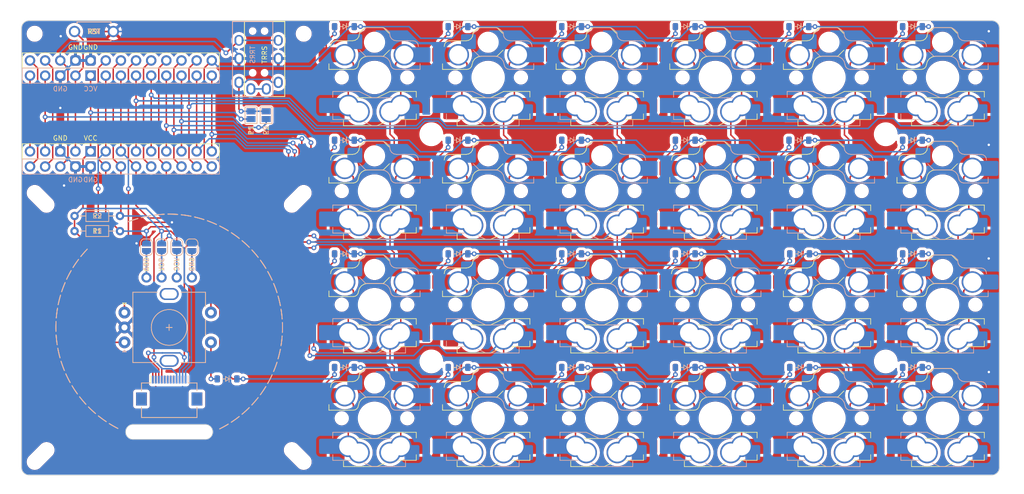
<source format=kicad_pcb>
(kicad_pcb (version 20221018) (generator pcbnew)
  (layers (0 "F.Cu" signal) (31 "B.Cu" signal) (34 "B.Paste" user) (35 "F.Paste" user) (36 "B.SilkS" user "B.Silkscreen") (37 "F.SilkS" user "F.Silkscreen") (38 "B.Mask" user) (39 "F.Mask" user) (44 "Edge.Cuts" user))
  (net 0 "")
  (net 1 "row0")
  (net 2 "Net-(D1-Pad2)")
  (net 3 "row1")
  (net 4 "Net-(D2-Pad2)")
  (net 5 "row2")
  (net 6 "Net-(D3-Pad2)")
  (net 7 "row3")
  (net 8 "Net-(D4-Pad2)")
  (net 9 "Net-(D5-Pad2)")
  (net 10 "Net-(D6-Pad2)")
  (net 11 "Net-(D7-Pad2)")
  (net 12 "Net-(D8-Pad2)")
  (net 13 "Net-(D9-Pad2)")
  (net 14 "Net-(D10-Pad2)")
  (net 15 "Net-(D11-Pad2)")
  (net 16 "Net-(D12-Pad2)")
  (net 17 "Net-(D13-Pad2)")
  (net 18 "Net-(D14-Pad2)")
  (net 19 "Net-(D15-Pad2)")
  (net 20 "Net-(D16-Pad2)")
  (net 21 "Net-(D17-Pad2)")
  (net 22 "Net-(D18-Pad2)")
  (net 23 "Net-(D19-Pad2)")
  (net 24 "Net-(D20-Pad2)")
  (net 25 "Net-(D21-Pad2)")
  (net 26 "Net-(D22-Pad2)")
  (net 27 "Net-(D23-Pad2)")
  (net 28 "Net-(D24-Pad2)")
  (net 29 "col0")
  (net 30 "col1")
  (net 31 "col2")
  (net 32 "col3")
  (net 33 "col4")
  (net 34 "col5")
  (net 35 "GND")
  (net 36 "SDA")
  (net 37 "SCL")
  (net 38 "X{slash}A")
  (net 39 "SGN")
  (net 40 "RST")
  (net 41 "unconnected-(U1-?-Pad26)")
  (net 42 "unconnected-(T1-S{slash}No-Pad4)")
  (net 43 "Y{slash}B")
  (net 44 "col6")
  (net 45 "+3V3")
  (net 46 "+5V")
  (net 47 "unconnected-(U1-?-Pad1)")
  (net 48 "VCC")
  (net 49 "unconnected-(U1-0{slash}PD3-Pad2)")
  (net 66 "Net-(D25-Pad2)")
  (net 67 "unconnected-(U1-5{slash}PC6-Pad9)")
  (net 68 "Net-(J1-Pin_1)")
  (net 69 "Net-(J1-Pin_2)")
  (net 70 "Net-(J1-Pin_3)")
  (net 71 "Net-(J1-Pin_4)")
  (footprint "MountingHole:MountingHole_3.5mm" (layer "F.Cu") (at 183.375 86.15)
    (fp_text reference "H4" hide)
    (fp_text value "Hole 3.5mm")
  )
  (footprint "DreaM117er-keebLibrary:D_SOD-123_dual" (layer "F.Cu") (at 149.75 30 180)
    (fp_text reference "D13" hide)
    (fp_text value "1N4148_SMD")
  )
  (footprint "MountingHole:MountingHole_2.2mm_M2" (layer "F.Cu") (at 84.775 58.886 45)
    (fp_text reference "H10" hide)
    (fp_text value "M2")
  )
  (footprint "DreaM117er-keebLibrary:D_SOD-123_dual" (layer "F.Cu") (at 168.93 87.15 180)
    (fp_text reference "D20" hide)
    (fp_text value "1N4148_SMD")
  )
  (footprint "DreaM117er-keebLibrary:SW_Choc_GLP_KLP12_Hotswap_1.00u_dual" (layer "F.Cu") (at 154.8 95.675)
    (fp_text reference "SW16")
    (fp_text value "SW_Push")
  )
  (footprint "MountingHole:MountingHole_2.2mm_M2" (layer "F.Cu") (at 85.775 31.2)
    (fp_text reference "H7" hide)
    (fp_text value "M2")
  )
  (footprint "DreaM117er-keebLibrary:D_SOD-123_dual" (layer "F.Cu") (at 92.6 30 180)
    (fp_text reference "D1" hide)
    (fp_text value "1N4148_SMD")
  )
  (footprint "MountingHole:MountingHole_3.5mm" (layer "F.Cu") (at 107.175 48.05)
    (fp_text reference "H1" hide)
    (fp_text value "Hole 3.5mm")
  )
  (footprint "DreaM117er-keebLibrary:D_SOD-123_dual" (layer "F.Cu") (at 168.8 49.05 180)
    (fp_text reference "D18" hide)
    (fp_text value "1N4148_SMD")
  )
  (footprint "DreaM117er-keebLibrary:SW_Choc_GLP_KLP12_Hotswap_1.00u_dual" (layer "F.Cu") (at 97.65 76.625)
    (fp_text reference "SW3")
    (fp_text value "SW_Push")
  )
  (footprint "DreaM117er-keebLibrary:SW_Choc_GLP_KLP12_Hotswap_1.00u_dual" (layer "F.Cu") (at 97.65 95.675)
    (fp_text reference "SW4")
    (fp_text value "SW_Push")
  )
  (footprint "DreaM117er-keebLibrary:D_SOD-123_dual" (layer "F.Cu") (at 187.85 49.05 180)
    (fp_text reference "D22" hide)
    (fp_text value "1N4148_SMD")
  )
  (footprint "DreaM117er-keebLibrary:SW_Choc_GLP_KLP12_Hotswap_1.00u_dual" (layer "F.Cu") (at 97.65 38.525)
    (fp_text reference "SW1")
    (fp_text value "SW_Push")
  )
  (footprint "DreaM117er-keebLibrary:D_SOD-123_dual" (layer "F.Cu") (at 111.65 49.05 180)
    (fp_text reference "D6" hide)
    (fp_text value "1N4148_SMD")
  )
  (footprint "DreaM117er-keebLibrary:SW_Choc_GLP_KLP12_Hotswap_1.00u_dual" (layer "F.Cu") (at 116.7 76.625)
    (fp_text reference "SW7")
    (fp_text value "SW_Push")
  )
  (footprint "DreaM117er-keebLibrary:TRRS-PJ-320A, dual side x2" (layer "F.Cu") (at 78.214 29.15)
    (fp_text reference "T1" hide)
    (fp_text value "AudioJack4" hide)
  )
  (footprint "MountingHole:MountingHole_3.5mm" (layer "F.Cu") (at 107.175 86.15)
    (fp_text reference "H2" hide)
    (fp_text value "Hole 3.5mm")
  )
  (footprint "DreaM117er-keebLibrary:SW_Choc_GLP_KLP12_Hotswap_1.00u_dual" (layer "F.Cu") (at 135.75 38.525)
    (fp_text reference "SW9")
    (fp_text value "SW_Push")
  )
  (footprint "DreaM117er-keebLibrary:D_SOD-123_dual" (layer "F.Cu") (at 92.6 49.05 180)
    (fp_text reference "D2" hide)
    (fp_text value "1N4148_SMD")
  )
  (footprint "DreaM117er-keebLibrary:D_SOD-123_dual" (layer "F.Cu") (at 111.65 68.1 180)
    (fp_text reference "D7" hide)
    (fp_text value "1N4148_SMD")
  )
  (footprint "DreaM117er-keebLibrary:SW_Choc_GLP_KLP12_Hotswap_1.00u_dual" (layer "F.Cu") (at 173.85 38.525)
    (fp_text reference "SW17")
    (fp_text value "SW_Push")
  )
  (footprint "DreaM117er-keebLibrary:SW_Choc_GLP_KLP12_Hotswap_1.00u_dual" (layer "F.Cu") (at 192.9 57.575)
    (fp_text reference "SW22")
    (fp_text value "SW_Push")
  )
  (footprint "MountingHole:MountingHole_2.2mm_M2" (layer "F.Cu") (at 40.661 31.2)
    (fp_text reference "H6" hide)
    (fp_text value "M2")
  )
  (footprint "DreaM117er-keebLibrary:SW_Choc_GLP_KLP12_Hotswap_1.00u_dual" (layer "F.Cu") (at 192.9 38.525)
    (fp_text reference "SW21")
    (fp_text value "SW_Push")
  )
  (footprint "DreaM117er-keebLibrary:D_SOD-123_dual" (layer "F.Cu") (at 168.93 68.1 180)
    (fp_text reference "D19" hide)
    (fp_text value "1N4148_SMD")
  )
  (footprint "MountingHole:MountingHole_3.5mm" (layer "F.Cu") (at 183.375 48.05)
    (fp_text reference "H3" hide)
    (fp_text value "Hole 3.5mm")
  )
  (footprint "Jumper:SolderJumper-2_P1.3mm_Open_RoundedPad1.0x1.5mm" (layer "F.Cu") (at 67.0275 66.993 90)
    (fp_text reference "JP5" hide)
    (fp_text value "PWR1")
  )
  (footprint "DreaM117er-keebLibrary:SW_Choc_GLP_KLP12_Hotswap_1.00u_dual" (layer "F.Cu") (at 192.9 76.625)
    (fp_text reference "SW23")
    (fp_text value "SW_Push")
  )
  (footprint "DreaM117er-keebLibrary:D_SOD-123_dual" (layer "F.Cu") (at 130.7 87.15 180)
    (fp_text reference "D12" hide)
    (fp_text value "1N4148_SMD")
  )
  (footprint "DreaM117er-keebLibrary:D_SOD-123_dual" (layer "F.Cu") (at 72.921 89.075 180)
    (fp_text reference "D25" hide)
    (fp_text value "1N4148_SMD")
  )
  (footprint "DreaM117er-keebLibrary:SW_Choc_GLP_KLP12_Hotswap_1.00u_dual" (layer "F.Cu") (at 173.85 57.575)
    (fp_text reference "SW18")
    (fp_text value "SW_Push")
  )
  (footprint "DreaM117er-keebLibrary:D_SOD-123_dual" (layer "F.Cu") (at 92.6 87.15 180)
    (fp_text reference "D4" hide)
    (fp_text value "1N4148_SMD")
  )
  (footprint "DreaM117er-keebLibrary:D_SOD-123_dual" (layer "F.Cu") (at 149.75 49.05 180)
    (fp_text reference "D14" hide)
    (fp_text value "1N4148_SMD")
  )
  (footprint "DreaM117er-keebLibrary:D_SOD-123_dual" (layer "F.Cu") (at 130.7 68.1 180)
    (fp_text reference "D11" hide)
    (fp_text value "1N4148_SMD")
  )
  (footprint "DreaM117er-keebLibrary:D_SOD-123_dual" (layer "F.Cu") (at 130.7 49.05 180)
    (fp_text reference "D10" hide)
    (fp_text value "1N4148_SMD")
  )
  (footprint "DreaM117er-keebLibrary:RotaryEncoder_EC11" (layer "F.Cu") (at 63.218 80.443)
    (fp_text reference "SW25")
    (fp_text value "EC-11")
  )
  (footprint "DreaM117er-keebLibrary:SW_Choc_GLP_KLP12_Hotswap_1.00u_dual" (layer "F.Cu") (at 154.8 38.525)
    (fp_text reference "SW13")
    (fp_text value "SW_Push")
  )
  (footprint "Resistor_THT:R_Axial_DIN0204_L3.6mm_D1.6mm_P7.62mm_Horizontal" (layer "F.Cu") (at 47.351 64.293)
    (fp_text reference "R1" hide)
    (fp_text value "4.7k")
  )
  (footprint "MountingHole:MountingHole_2.2mm_M2" (layer "F.Cu") (at 41.661 102 -135)
    (fp_text reference "H9" hide)
    (fp_text value "M2")
  )
  (footprint "DreaM117er-keebLibrary:SW_Choc_GLP_KLP12_Hotswap_1.00u_dual" (layer "F.Cu") (at 135.75 95.675)
    (fp_text reference "SW12")
    (fp_text value "SW_Push")
  )
  (footprint "DreaM117er-keebLibrary:D_SOD-123_dual" (layer "F.Cu") (at 149.75 87.15 180)
    (fp_text reference "D16" hide)
    (fp_text value "1N4148_SMD")
  )
  (footprint "DreaM117er-keebLibrary:D_SOD-123_dual" (layer "F.Cu") (at 168.8 30 180)
    (fp_text reference "D17" hide)
    (fp_text value "1N4148_SMD")
  )
  (footprint "Jumper:SolderJumper-2_P1.3mm_Open_RoundedPad1.0x1.5mm" (layer "F.Cu") (at 61.9475 66.993 90)
    (fp_text reference "JP7" hide)
    (fp_text value "PWR1")
  )
  (footprint "Jumper:SolderJumper-2_P1.3mm_Open_Pad1.0x1.5mm" (layer "F.Cu") (at 76.944 44.85 90)
    (fp_text reference "JP1" hide)
    (fp_text value "PWR1")
  )
  (footprint "DreaM117er-keebLibrary:Trackpad_Cirque_TM040040" (layer "F.Cu") (at 63.218 80.443 -90)
    (fp_text reference "H5" hide)
    (fp_text value "TM040040")
  )
  (footprint "Jumper:SolderJumper-2_P1.3mm_Open_Pad1.0x1.5mm" (layer "F.Cu") (at 79.484 44.85 90)
    (fp_text reference "JP2" hide)
    (fp_text value "PWR1")
  )
  (footprint "DreaM117er-keebLibrary:ResetSW_1side" (layer "F.Cu") (at 50.601 30.823)
    (fp_text reference "RST1" hide)
    (fp_text value "SW_Push" hide)
  )
  (footprint "DreaM117er-keebLibrary:SW_Choc_GLP_KLP12_Hotswap_1.00u_dual" (layer "F.Cu") (at 154.8 57.575)
    (fp_text reference "SW14")
    (fp_text value "SW_Push")
  )
  (footprint "DreaM117er-keebLibrary:D_SOD-123_dual" (layer "F.Cu") (at 92.6 68.1 180)
    (fp_text reference "D3" hide)
    (fp_text value "1N4148_SMD")
  )
  (footprint "DreaM117er-keebLibrary:SW_Choc_GLP_KLP12_Hotswap_1.00u_dual" (layer "F.Cu") (at 116.7 38.525)
    (fp_text reference "SW5")
    (fp_text value "SW_Push")
  )
  (footprint "DreaM117er-keebLibrary:SW_Choc_GLP_KLP12_Hotswap_1.00u_dual" (layer "F.Cu") (at 135.75 76.625)
    (fp_text reference "SW11")
    (fp_text value "SW_Push")
  )
  (footprint "DreaM117er-keebLibrary:D_SOD-123_dual" (layer "F.Cu") (at 149.75 68.1 180)
    (fp_text reference "D15" hide)
    (fp_text value "1N4148_SMD")
  )
  (footprint "DreaM117er-keebLibrary:SW_Choc_GLP_KLP12_Hotswap_1.00u_dual" (layer "F.Cu") (at 173.85 95.675)
    (fp_text reference "SW20")
    (fp_text value "SW_Push")
  )
  (footprint "DreaM117er-keebLibrary:SW_Choc_GLP_KLP12_Hotswap_1.00u_dual" (layer "F.Cu") (at 154.8 76.625)
    (fp_text reference "SW15")
    (fp_text value "SW_Push")
  )
  (footprint "MountingHole:MountingHole_2.2mm_M2" (layer "F.Cu") (at 41.661 58.886 135)
    (fp_text reference "H8" hide)
    (fp_text value "M2")
  )
  (footprint "DreaM117er-keebLibrary:D_SOD-123_dual" (layer "F.Cu") (at 111.65 87.15 180)
    (fp_text reference "D8" hide)
    (fp_text value "1N4148_SMD")
  )
  (footprint "DreaM117er-keebLibrary:SW_Choc_GLP_KLP12_Hotswap_1.00u_dual" (layer "F.Cu") (at 135.75 57.575)
    (fp_text reference "SW10")
    (fp_text value "SW_Push")
  )
  (footprint "DreaM117er-keebLibrary:D_SOD-123_dual" (layer "F.Cu") (at 130.7 30 180)
    (fp_text reference "D9" hide)
    (fp_text value "1N4148_SMD")
  )
  (footprint "DreaM117er-keebLibrary:D_SOD-123_dual" (layer "F.Cu") (at 187.85 87.15 180)
    (fp_text reference "D24" hide)
    (fp_text value "1N4148_SMD")
  )
  (footprint "DreaM117er-keebLibrary:PinHeader_1x04_P2.54mm_Vertical" (layer "F.Cu") (at 67.0275 72.073 -90)
    (fp_text reference "J1" hide)
    (fp_text value "I2C" hide)
  )
  (footprint "DreaM117er-keebLibrary:SW_Choc_GLP_KLP12_Hotswap_1.00u_dual" (layer "F.Cu") (at 116.7 57.575)
    (fp_text reference "SW6")
    (fp_text value "SW_Push")
  )
  (footprint "DreaM117er-keebLibrary:Hirose_FH12-12S-0.5SH_1x12-1MP_P0.50mm_Horizontal" (layer "F.Cu") (at 63.221 91.043)
    (fp_text reference "J2" hide)
    (fp_text value "FPC12p")
  )
  (footprint "MountingHole:MountingHole_2.2mm_M2" (layer "F.Cu") (at 84.775 102 135)
    (fp_text reference "H11" hide)
    (fp_text value "M2")
  )
  (footprint "Resistor_THT:R_Axial_DIN0204_L3.6mm_D1.6mm_P7.62mm_Horizontal" (layer "F.Cu") (at 47.351 61.753)
    (fp_text reference "R2" hide)
    (fp_text value "4.7k")
  )
  (footprint "DreaM117er-keebLibrary:D_SOD-123_dual" (layer "F.Cu") (at 187.85 30 180)
    (fp_text reference "D21" hide)
    (fp_text value "1N4148_SMD")
  )
  (footprint "DreaM117er-keebLibrary:D_SOD-123_dual" (layer "F.Cu") (at 111.65 30 180)
    (fp_text reference "D5" hide)
    (fp_text value "1N4148_SMD")
  )
  (footprint "DreaM117er-keebLibrary:SW_Choc_GLP_KLP12_Hotswap_1.00u_dual" (layer "F.Cu") (at 97.65 57.575)
    (fp_text reference "SW2")
    (fp_text value "SW_Push")
  )
  (footprint "DreaM117er-keebLibrary:D_SOD-123_dual" (layer "F.Cu") (at 187.85 68.1 180)
    (fp_text reference "D23" hide)
    (fp_text value "1N4148_SMD")
  )
  (footprint "DreaM117er-keebLibrary:SW_Choc_GLP_KLP12_Hotswap_1.00u_dual" (layer "F.Cu") (at 192.9 95.675)
    (fp_text reference "SW24")
    (fp_text value "SW_Push")
  )
  (footprint "DreaM117er-keebLibrary:SW_Choc_GLP_KLP12_Hotswap_1.00u_dual" (layer "F.Cu") (at 116.7 95.675)
    (fp_text reference "SW8")
    (fp_text value "SW_Push")
  )
  (footprint "Jumper:SolderJumper-2_P1.3mm_Open_RoundedPad1.0x1.5mm" (layer "F.Cu") (at 64.4875 66.993 90)
    (fp_text reference "JP6" hide)
    (fp_text value "PWR1")
  )
  (footprint "Jumper:SolderJumper-2_P1.3mm_Open_RoundedPad1.0x1.5mm" (layer "F.Cu") (at 59.4075 66.993 90)
    (fp_text reference "JP8" hide)
    (fp_text value "PWR1")
  )
  (footprint "DreaM117er-keebLibrary:SW_Choc_GLP_KLP12_Hotswap_1.00u_dual" (layer "F.Cu") (at 173.85 76.625)
    (fp_text reference "SW19")
    (fp_text value "SW_Push")
  )
  (footprint "Jumper:SolderJumper-2_P1.3mm_Open_RoundedPad1.0x1.5mm" (layer "B.Cu") (at 67.0275 66.993 90)
    (fp_text reference "JP9" hide)
    (fp_text value "PWR1")
  )
  (footprint "Jumper:SolderJumper-2_P1.3mm_Open_RoundedPad1.0x1.5mm" (layer "B.Cu") (at 59.4075 66.993 90)
    (fp_text reference "JP12" hide)
    (fp_text value "PWR1")
  )
  (footprint "Jumper:SolderJumper-2_P1.3mm_Open_Pad1.0x1.5mm" (layer "B.Cu") (at 76.944 44.85 90)
    (fp_text reference "JP3" hide)
    (fp_text value "PWR1" hide)
  )
  (footprint "Jumper:SolderJumper-2_P1.3mm_Open_RoundedPad1.0x1.5mm" (layer "B.Cu") (at 61.9475 66.993 90)
    (fp_text reference "JP11" hide)
    (fp_text value "PWR1")
  )
  (footprint "Jumper:SolderJumper-2_P1.3mm_Open_RoundedPad1.0x1.5mm" (layer "B.Cu") (at 64.4875 66.993 90)
    (fp_text reference "JP10" hide)
    (fp_text value "PWR1")
  )
  (footprint "Jumper:SolderJumper-2_P1.3mm_Open_Pad1.0x1.5mm" (layer "B.Cu") (at 79.484 44.85 90)
    (fp_text reference "JP4" hide)
    (fp_text value "PWR1" hide)
  )
  (footprint "DreaM117er-keebLibrary:Hirose_FH12-12S-0.5SH_1x12-1MP_P0.50mm_Horizontal" (layer "B.Cu") (at 63.218 91.043 180)
    (fp_text reference "J3" hide)
    (fp_text value "FPC12p")
  )
  (footprint "DreaM117er-keebLibrary:MCU_ProMicro_13p_dual" (layer "B.Cu") (at 55.611 44.571 -90)
    (fp_text reference "U1")
    (fp_text value "MCU_ProMicro_13p" hide)
  )
  (gr_arc (start 54.609258 97.380811) (mid 44.452618 83.419626) (end 49.790263 67.000687) (stroke (width 0.15) (type dash)) (layer "B.SilkS"))
  (gr_arc (start 56.400785 62.708132) (mid 80.609362 72.791825) (end 71.685894 97.451666) (stroke (width 0.15) (type dash)) (layer "B.SilkS"))
  (gr_arc (start 54.609258 97.380811) (mid 44.452618 83.419626) (end 49.790263 67.000687) (stroke (width 0.15) (type dash)) (layer "F.SilkS"))
  (gr_arc (start 56.400785 62.708132) (mid 80.609362 72.791825) (end 71.685894 97.451666) (stroke (width 0.15) (type dash)) (layer "F.SilkS"))
  (gr_line locked (start 69.271 99.213) (end 57.168 99.213) (stroke (width 0.1)) (layer "Edge.Cuts"))
  (gr_line locked (start 201.155 29) (end 39.731 29) (stroke (width 0.12)) (layer "Edge.Cuts"))
  (gr_arc locked (start 39.731 105.2) (mid 38.832974 104.828026) (end 38.461 103.93) (stroke (width 0.12)) (layer "Edge.Cuts"))
  (gr_arc locked (start 38.461 30.27) (mid 38.832974 29.371974) (end 39.731 29) (stroke (width 0.12)) (layer "Edge.Cuts"))
  (gr_line locked (start 202.425 103.93) (end 202.425 30.27) (stroke (width 0.12)) (layer "Edge.Cuts"))
  (gr_arc locked (start 69.271 96.713) (mid 70.521 97.963) (end 69.271 99.213) (stroke (width 0.1)) (layer "Edge.Cuts"))
  (gr_line locked (start 201.155 105.2) (end 39.731 105.2) (stroke (width 0.12)) (layer "Edge.Cuts"))
  (gr_line locked (start 38.461 30.27) (end 38.461 103.93) (stroke (width 0.12)) (layer "Edge.Cuts"))
  (gr_arc locked (start 202.425 103.93) (mid 202.053026 104.828026) (end 201.155 105.2) (stroke (width 0.12)) (layer "Edge.Cuts"))
  (gr_arc locked (start 57.168 99.213) (mid 55.918 97.963) (end 57.168 96.713) (stroke (width 0.1)) (layer "Edge.Cuts"))
  (gr_arc locked (start 201.155 29) (mid 202.053026 29.371974) (end 202.425 30.27) (stroke (width 0.12)) (layer "Edge.Cuts"))
  (gr_line locked (start 69.271 96.713) (end 57.168 96.713) (stroke (width 0.1)) (layer "Edge.Cuts"))
  (segment (start 170.45 30) (end 171.5 30) (width 0.25) (layer "F.Cu") (net 1))
  (segment (start 70.361 35.681) (end 69.09 36.952) (width 0.25) (layer "F.Cu") (net 1))
  (segment (start 95.3 30) (end 94.25 30) (width 0.25) (layer "F.Cu") (net 1))
  (segment (start 132.35 30) (end 133.4 30) (width 0.25) (layer "F.Cu") (net 1))
  (segment (start 69.09 52.19) (end 70.361 53.461) (width 0.25) (layer "F.Cu") (net 1))
  (segment (start 113.3 30) (end 114.35 30) (width 0.25) (layer "F.Cu") (net 1))
  (segment (start 151.4 30) (end 152.45 30) (width 0.25) (layer "F.Cu") (net 1))
  (segment (start 69.09 36.952) (end 69.09 52.19) (width 0.25) (layer "F.Cu") (net 1))
  (segment (start 189.5 30) (end 190.55 30) (width 0.25) (layer "F.Cu") (net 1))
  (via (at 171.5 30) (size 0.8) (drill 0.4) (layers "F.Cu" "B.Cu") (net 1))
  (via (at 152.45 30) (size 0.8) (drill 0.4) (layers "F.Cu" "B.Cu") (net 1))
  (via (at 133.4 30) (size 0.8) (drill 0.4) (layers "F.Cu" "B.Cu") (net 1))
  (via (at 95.3 30) (size 0.8) (drill 0.4) (layers "F.Cu" "B.Cu") (net 1))
  (via (at 114.35 30) (size 0.8) (drill 0.4) (layers "F.Cu" "B.Cu") (net 1))
  (via (at 190.55 30) (size 0.8) (drill 0.4) (layers "F.Cu" "B.Cu") (net 1))
  (segment (start 105.38 31.95) (end 110.65 31.95) (width 0.25) (layer "B.Cu") (net 1))
  (segment (start 94.25 30) (end 95.3 30) (width 0.25) (layer "B.Cu") (net 1))
  (segment (start 143.445 31.925) (end 148.785 31.925) (width 0.25) (layer "B.Cu") (net 1))
  (segment (start 171.5 30) (end 179.63 30) (width 0.25) (layer "B.Cu") (net 1))
  (segment (start 112.6 30) (end 113.3 30) (width 0.25) (layer "B.Cu") (net 1))
  (segment (start 133.4 30) (end 132.35 30) (width 0.25) (layer "B.Cu") (net 1))
  (segment (start 179.63 30) (end 181.58 31.95) (width 0.25) (layer "B.Cu") (net 1))
  (segment (start 188.81 30) (end 189.5 30) (width 0.25) (layer "B.Cu") (net 1))
  (segment (start 152.45 30) (end 160.58 30) (width 0.25) (layer "B.Cu") (net 1))
  (segment (start 122.47 30) (end 124.41 31.94) (width 0.25) (layer "B.Cu") (net 1))
  (segment (start 95.3 30) (end 103.43 30) (width 0.25) (layer "B.Cu") (net 1))
  (segment (start 110.65 31.95) (end 112.6 30) (width 0.25) (layer "B.Cu") (net 1))
  (segment (start 86.88 36.66) (end 93.54 30) (width 0.25) (layer "B.Cu") (net 1))
  (segment (start 167.82 31.94) (end 169.76 30) (width 0.25) (layer "B.Cu") (net 1))
  (segment (start 152.45 30) (end 151.4 30) (width 0.25) (layer "B.Cu") (net 1))
  (segment (start 171.5 30) (end 170.45 30) (width 0.25) (layer "B.Cu") (net 1))
  (segment (start 190.55 30) (end 189.5 30) (width 0.25) (layer "B.Cu") (net 1))
  (segment (start 71.33 36.65) (end 71.34 36.66) (width 0.25) (layer "B.Cu") (net 1))
  (segment (start 131.65 30) (end 132.35 30) (width 0.25) (layer "B.Cu") (net 1))
  (segment (start 93.54 30) (end 94.25 30) (width 0.25) (layer "B.Cu") (net 1))
  (segment (start 162.52 31.94) (end 167.82 31.94) (width 0.25) (layer "B.Cu") (net 1))
  (segment (start 114.35 30) (end 122.47 30) (width 0.25) (layer "B.Cu") (net 1))
  (segment (start 186.86 31.95) (end 188.81 30) (width 0.25) (layer "B.Cu") (net 1))
  (segment (start 141.52 30) (end 143.445 31.925) (width 0.25) (layer "B.Cu") (net 1))
  (segment (start 71.34 36.66) (end 86.88 36.66) (width 0.25) (layer "B.Cu") (net 1))
  (segment (start 103.43 30) (end 105.38 31.95) (width 0.25) (layer "B.Cu") (net 1))
  (segment (start 169.76 30) (end 170.45 30) (width 0.25) (layer "B.Cu") (net 1))
  (segment (start 133.4 30) (end 141.52 30) (width 0.25) (layer "B.Cu") (net 1))
  (segment (start 124.41 31.94) (end 129.71 31.94) (width 0.25) (layer "B.Cu") (net 1))
  (segment (start 114.35 30) (end 113.3 30) (width 0.25) (layer "B.Cu") (net 1))
  (segment (start 181.58 31.95) (end 186.86 31.95) (width 0.25) (layer "B.Cu") (net 1))
  (segment (start 148.785 31.925) (end 150.71 30) (width 0.25) (layer "B.Cu") (net 1))
  (segment (start 160.58 30) (end 162.52 31.94) (width 0.25) (layer "B.Cu") (net 1))
  (segment (start 129.71 31.94) (end 131.65 30) (width 0.25) (layer "B.Cu") (net 1))
  (segment (start 70.361 35.681) (end 71.33 36.65) (width 0.25) (layer "B.Cu") (net 1))
  (segment (start 150.71 30) (end 151.4 30) (width 0.25) (layer "B.Cu") (net 1))
  (segment (start 90.95 31.2) (end 90.95 30) (width 0.25) (layer "F.Cu") (net 2))
  (segment (start 94.1 36.175) (end 94.1 39.91) (width 0.25) (layer "F.Cu") (net 2))
  (segment (start 94.1 39.91) (end 93.25 40.76) (width 0.25) (layer "F.Cu") (net 2))
  (segment (start 93.25 40.76) (end 93.25 43.225) (width 0.25) (layer "F.Cu") (net 2))
  (segment (start 89.55 32.6) (end 89.55 34.525) (width 0.25) (layer "F.Cu") (net 2))
  (segment (start 90.95 31.2) (end 89.55 32.6) (width 0.25) (layer "F.Cu") (net 2))
  (segment (start 92.65 34.725) (end 94.1 36.175) (width 0.25) (layer "F.Cu") (net 2))
  (via (at 90.95 31.2) (size 0.8) (drill 0.4) (layers "F.Cu" "B.Cu") (net 2))
  (segment (start 90.95 30) (end 90.95 31.2) (width 0.25) (layer "B.Cu") (net 2))
  (segment (start 66.54 36.962) (end 66.54 43.11) (width 0.25) (layer "F.Cu") (net 3))
  (segment (start 66.54 43.11) (end 66.54 52.18) (width 0.25) (layer "F.Cu") (net 3))
  (segment (start 94.25 49.05) (end 95.3 49.05) (width 0.25) (layer "F.Cu") (net 3))
  (segment (start 189.5 49.05) (end 190.55 49.05) (width 0.25) (layer "F.Cu") (net 3))
  (segment (start 113.3 49.05) (end 114.35 49.05) (width 0.25) (layer "F.Cu") (net 3))
  (segment (start 170.45 49.05) (end 171.5 49.05) (width 0.25) (layer "F.Cu") (net 3))
  (segment (start 66.54 52.18) (end 67.821 53.461) (width 0.25) (layer "F.Cu") (net 3))
  (segment (start 132.35 49.05) (end 133.4 49.05) (width 0.25) (layer "F.Cu") (net 3))
  (segment (start 151.4 49.05) (end 152.45 49.05) (width 0.25) (layer "F.Cu") (net 3))
  (segment (start 67.821 35.681) (end 66.54 36.962) (width 0.25) (layer "F.Cu") (net 3))
  (via (at 152.45 49.05) (size 0.8) (drill 0.4) (layers "F.Cu" "B.Cu") (net 3))
  (via (at 95.3 49.05) (size 0.8) (drill 0.4) (layers "F.Cu" "B.Cu") (net 3))
  (via (at 133.4 49.05) (size 0.8) (drill 0.4) (layers "F.Cu" "B.Cu") (net 3))
  (via (at 171.5 49.05) (size 0.8) (drill 0.4) (layers "F.Cu" "B.Cu") (net 3))
  (via (at 114.35 49.05) (size 0.8) (drill 0.4) (layers "F.Cu" "B.Cu") (net 3))
  (via (at 190.55 49.05) (size 0.8) (drill 0.4) (layers "F.Cu" "B.Cu") (net 3))
  (via (at 66.54 43.45) (size 0.8) (drill 0.4) (layers "F.Cu" "B.Cu") (net 3))
  (segment (start 95.3 49.05) (end 94.25 49.05) (width 0.25) (layer "B.Cu") (net 3))
  (segment (start 148.78 50.98) (end 150.71 49.05) (width 0.25) (layer "B.Cu") (net 3))
  (segment (start 188.81 49.05) (end 189.5 49.05) (width 0.25) (layer "B.Cu") (net 3))
  (segment (start 93.54 49.05) (end 94.25 49.05) (width 0.25) (layer "B.Cu") (net 3))
  (segment (start 150.71 49.05) (end 151.4 49.05) (width 0.25) (layer "B.Cu") (net 3))
  (segment (start 95.3 49.05) (end 103.43 49.05) (width 0.25) (layer "B.Cu") (net 3))
  (segment (start 105.36 50.98) (end 110.68 50.98) (width 0.25) (layer "B.Cu") (net 3))
  (segment (start 179.63 49.05) (end 181.56 50.98) (width 0.25) (layer "B.Cu") (net 3))
  (segment (start 122.48 49.05) (end 124.41 50.98) (width 0.25) (layer "B.Cu") (net 3))
  (segment (start 169.76 49.05) (end 170.45 49.05) (width 0.25) (layer "B.Cu") (net 3))
  (segment (start 186.88 50.98) (end 188.81 49.05) (width 0.25) (layer "B.Cu") (net 3))
  (segment (start 110.68 50.98) (end 112.61 49.05) (width 0.25) (layer "B.Cu") (net 3))
  (segment (start 181.56 50.98) (end 186.88 50.98) (width 0.25) (layer "B.Cu") (net 3))
  (segment (start 124.41 50.98) (end 129.72 50.98) (width 0.25) (layer "B.Cu") (net 3))
  (segment (start 171.5 49.05) (end 170.45 49.05) (width 0.25) (layer "B.Cu") (net 3))
  (segment (start 66.54 43.45) (end 67.09 42.9) (width 0.25) (layer "B.Cu") (net 3))
  (segment (start 162.51 50.98) (end 167.83 50.98) (width 0.25) (layer "B.Cu") (net 3))
  (segment (start 112.61 49.05) (end 113.3 49.05) (width 0.25) (layer "B.Cu") (net 3))
  (segment (start 103.43 49.05) (end 105.36 50.98) (width 0.25) (layer "B.Cu") (net 3))
  (segment (start 152.45 49.05) (end 151.4 49.05) (width 0.25) (layer "B.Cu") (net 3))
  (segment (start 131.65 49.05) (end 132.35 49.05) (width 0.25) (layer "B.Cu") (net 3))
  (segment (start 92.01 47.52) (end 93.54 49.05) (width 0.25) (layer "B.Cu") (net 3))
  (segment (start 160.58 49.05) (end 162.51 50.98) (width 0.25) (layer "B.Cu") (net 3))
  (segment (start 152.45 49.05) (end 160.58 49.05) (width 0.25) (layer "B.Cu") (net 3))
  (segment (start 143.46 50.98) (end 148.78 50.98) (width 0.25) (layer "B.Cu") (net 3))
  (segment (start 67.09 42.9) (end 82.983604 42.9) (width 0.25) (layer "B.Cu") (net 3))
  (segment (start 129.72 50.98) (end 131.65 49.05) (width 0.25) (layer "B.Cu") (net 3))
  (segment (start 82.983604 42.9) (end 87.603604 47.52) (width 0.25) (layer "B.Cu") (net 3))
  (segment (start 114.35 49.05) (end 122.48 49.05) (width 0.25) (layer "B.Cu") (net 3))
  (segment (start 133.4 49.05) (end 141.53 49.05) (width 0.25) (layer "B.Cu") (net 3))
  (segment (start 87.603604 47.52) (end 92.01 47.52) (width 0.25) (layer "B.Cu") (net 3))
  (segment (start 141.53 49.05) (end 143.46 50.98) (width 0.25) (layer "B.Cu") (net 3))
  (segment (start 167.83 50.98) (end 169.76 49.05) (width 0.25) (layer "B.Cu") (net 3))
  (segment (start 114.35 49.05) (end 113.3 49.05) (width 0.25) (layer "B.Cu") (net 3))
  (segment (start 190.55 49.05) (end 189.5 49.05) (width 0.25) (layer "B.Cu") (net 3))
  (segment (start 171.5 49.05) (end 179.63 49.05) (width 0.25) (layer "B.Cu") (net 3))
  (segment (start 133.4 49.05) (end 132.35 49.05) (width 0.25) (layer "B.Cu") (net 3))
  (segment (start 94.1 55.225) (end 92.65 53.775) (width 0.25) (layer "F.Cu") (net 4))
  (segment (start 90.95 50.25) (end 89.55 51.65) (width 0.25) (layer "F.Cu") (net 4))
  (segment (start 90.95 49.05) (end 90.95 50.25) (width 0.25) (layer "F.Cu") (net 4))
  (segment (start 93.25 59.81) (end 94.1 58.96) (width 0.25) (layer "F.Cu") (net 4))
  (segment (start 93.25 62.275) (end 93.25 59.81) (width 0.25) (layer "F.Cu") (net 4))
  (segment (start 94.1 58.96) (end 94.1 55.225) (width 0.25) (layer "F.Cu") (net 4))
  (segment (start 89.55 51.65) (end 89.55 53.575) (width 0.25) (layer "F.Cu") (net 4))
  (via (at 90.95 50.25) (size 0.8) (drill 0.4) (layers "F.Cu" "B.Cu") (net 4))
  (segment (start 90.95 50.25) (end 90.95 49.05) (width 0.25) (layer "B.Cu") (net 4))
  (segment (start 80.34 56.257208) (end 85.01 51.587208) (width 0.25) (layer "F.Cu") (net 5))
  (segment (start 64.01 47.45) (end 64.01 52.19) (width 0.25) (layer "F.Cu") (net 5))
  (segment (start 64.01 52.19) (end 65.281 53.461) (width 0.25) (layer "F.Cu") (net 5))
  (segment (start 65.281 35.681) (end 64.01 36.952) (width 0.25) (layer "F.Cu") (net 5))
  (segment (start 189.5 68.1) (end 190.55 68.1) (width 0.25) (layer "F.Cu") (net 5))
  (segment (start 94.25 68.1) (end 95.3 68.1) (width 0.25) (layer "F.Cu") (net 5))
  (segment (start 85.01 51.587208) (end 85.01 50.5445) (width 0.25) (layer "F.Cu") (net 5))
  (segment (start 85.442792 67.1) (end 80.34 61.997208) (width 0.25) (layer "F.Cu") (net 5))
  (segment (start 85.01 50.5445) (end 83.98 49.5145) (width 0.25) (layer "F.Cu") (net 5))
  (segment (start 170.58 68.1) (end 171.63 68.1) (width 0.25) (layer "F.Cu") (net 5))
  (segment (start 87.48 67.1) (end 85.442792 67.1) (width 0.25) (layer "F.Cu") (net 5))
  (segment (start 64.01 36.952) (end 64.01 47.45) (width 0.25) (layer "F.Cu") (net 5))
  (segment (start 132.35 68.1) (end 133.4 68.1) (width 0.25) (layer "F.Cu") (net 5))
  (segment (start 113.3 68.1) (end 114.35 68.1) (width 0.25) (layer "F.Cu") (net 5))
  (segment (start 151.4 68.1) (end 152.45 68.1) (width 0.25) (layer "F.Cu") (net 5))
  (segment (start 80.34 61.997208) (end 80.34 56.257208) (width 0.25) (layer "F.Cu") (net 5))
  (via (at 114.35 68.1) (size 0.8) (drill 0.4) (layers "F.Cu" "B.Cu") (net 5))
  (via (at 171.63 68.1) (size 0.8) (drill 0.4) (layers "F.Cu" "B.Cu") (net 5))
  (via (at 87.48 67.1) (size 0.8) (drill 0.4) (layers "F.Cu" "B.Cu") (net 5))
  (via (at 64.01 47.3345) (size 0.8) (drill 0.4) (layers "F.Cu" "B.Cu") (net 5))
  (via (at 190.55 68.1) (size 0.8) (drill 0.4) (layers "F.Cu" "B.Cu") (net 5))
  (via (at 152.45 68.1) (size 0.8) (drill 0.4) (layers "F.Cu" "B.Cu") (net 5))
  (via (at 83.98 49.5145) (size 0.8) (drill 0.4) (layers "F.Cu" "B.Cu") (net 5))
  (via (at 133.4 68.1) (size 0.8) (drill 0.4) (layers "F.Cu" "B.Cu") (net 5))
  (via (at 95.3 68.1) (size 0.8) (drill 0.4) (layers "F.Cu" "B.Cu") (net 5))
  (segment (start 110.67 70.04) (end 112.61 68.1) (width 0.25) (layer "B.Cu") (net 5))
  (segment (start 95.3 68.1) (end 103.43 68.1) (width 0.25) (layer "B.Cu") (net 5))
  (segment (start 150.71 68.1) (end 151.4 68.1) (width 0.25) (layer "B.Cu") (net 5))
  (segment (start 171.63 68.1) (end 170.58 68.1) (width 0.25) (layer "B.Cu") (net 5))
  (segment (start 122.48 68.1) (end 124.41 70.03) (width 0.25) (layer "B.Cu") (net 5))
  (segment (start 152.45 68.1) (end 151.4 68.1) (width 0.25) (layer "B.Cu") (net 5))
  (segment (start 171.63 68.1) (end 179.63 68.1) (width 0.25) (layer "B.Cu") (net 5))
  (segment (start 141.53 68.1) (end 143.46 70.03) (width 0.25) (layer "B.Cu") (net 5))
  (segment (start 114.35 68.1) (end 113.3 68.1) (width 0.25) (layer "B.Cu") (net 5))
  (segment (start 133.4 68.1) (end 132.35 68.1) (width 0.25) (layer "B.Cu") (net 5))
  (segment (start 152.45 68.1) (end 160.58 68.1) (width 0.25) (layer "B.Cu") (net 5))
  (segment (start 162.51 70.03) (end 167.96 70.03) (width 0.25) (layer "B.Cu") (net 5))
  (segment (start 186.88 70.03) (end 188.81 68.1) (width 0.25) (layer "B.Cu") (net 5))
  (segment (start 105.37 70.04) (end 110.67 70.04) (width 0.25) (layer "B.Cu") (net 5))
  (segment (start 103.43 68.1) (end 105.37 70.04) (width 0.25) (layer "B.Cu") (net 5))
  (segment (start 188.81 68.1) (end 189.5 68.1) (width 0.25) (layer "B.Cu") (net 5))
  (segment (start 167.96 70.03) (end 169.89 68.1) (width 0.25) (layer "B.Cu") (net 5))
  (segment (start 95.3 68.1) (end 94.25 68.1) (width 0.25) (layer "B.Cu") (net 5))
  (segment (start 160.58 68.1) (end 162.51 70.03) (width 0.25) (layer "B.Cu") (net 5))
  (segment (start 181.56 70.03) (end 186.88 70.03) (width 0.25) (layer "B.Cu") (net 5))
  (segment (start 148.78 70.03) (end 150.71 68.1) (width 0.25) (layer "B.Cu") (net 5))
  (segment (start 93.55 68.1) (end 94.25 68.1) (width 0.25) (layer "B.Cu") (net 5))
  (segment (start 88.01 66.57) (end 92.02 66.57) (width 0.25) (layer "B.Cu") (net 5))
  (segment (start 74.180007 47.3345) (end 76.360007 49.5145) (width 0.25) (layer "B.Cu") (net 5))
  (segment (start 114.35 68.1) (end 122.48 68.1) (width 0.25) (layer "B.Cu") (net 5))
  (segment (start 92.02 66.57) (end 93.55 68.1) (width 0.25) (layer "B.Cu") (net 5))
  (segment (start 133.4 68.1) (end 141.53 68.1) (width 0.25) (layer "B.Cu") (net 5))
  (segment (start 169.89 68.1) (end 170.58 68.1) (width 0.25) (layer "B.Cu") (net 5))
  (segment (start 112.61 68.1) (end 113.3 68.1) (width 0.25) (layer "B.Cu") (net 5))
  (segment (start 190.55 68.1) (end 189.5 68.1) (width 0.25) (layer "B.Cu") (net 5))
  (segment (start 143.46 70.03) (end 148.78 70.03) (width 0.25) (layer "B.Cu") (net 5))
  (segment (start 131.66 68.1) (end 132.35 68.1) (width 0.25) (layer "B.Cu") (net 5))
  (segment (start 124.41 70.03) (end 129.73 70.03) (width 0.25) (layer "B.Cu") (net 5))
  (segment (start 63.86 47.3345) (end 74.180007 47.3345) (width 0.25) (layer "B.Cu") (net 5))
  (segment (start 129.73 70.03) (end 131.66 68.1) (width 0.25) (layer "B.Cu") (net 5))
  (segment (start 76.360007 49.5145) (end 83.98 49.5145) (width 0.25) (layer "B.Cu") (net 5))
  (segment (start 179.63 68.1) (end 181.56 70.03) (width 0.25) (layer "B.Cu") (net 5))
  (segment (start 87.48 67.1) (end 88.01 66.57) (width 0.25) (layer "B.Cu") (net 5))
  (segment (start 89.55 70.7) (end 89.55 72.625) (width 0.25) (layer "F.Cu") (net 6))
  (segment (start 90.95 69.3) (end 90.95 68.1) (width 0.25) (layer "F.Cu") (net 6))
  (segment (start 94.1 74.275) (end 92.65 72.825) (width 0.25) (layer "F.Cu") (net 6))
  (segment (start 93.25 81.325) (end 93.25 78.86) (width 0.25) (layer "F.Cu") (net 6))
  (segment (start 90.95 69.3) (end 89.55 70.7) (width 0.25) (layer "F.Cu") (net 6))
  (segment (start 94.1 78.01) (end 94.1 74.275) (width 0.25) (layer "F.Cu") (net 6))
  (segment (start 93.25 78.86) (end 94.1 78.01) (width 0.25) (layer "F.Cu") (net 6))
  (via (at 90.95 69.3) (size 0.8) (drill 0.4) (layers "F.Cu" "B.Cu") (net 6))
  (segment (start 90.95 69.3) (end 90.95 68.1) (width 0.25) (layer "B.Cu") (net 6))
  (segment (start 70.68 76.35) (end 71.71 77.38) (width 0.25) (layer "F.Cu") (net 7))
  (segment (start 62.741 59.704604) (end 70.68 67.643604) (width 0.25) (layer "F.Cu") (net 7))
  (segment (start 74.571 89.075) (end 75.621 89.075) (width 0.25) (layer "F.Cu") (net 7))
  (segment (start 94.25 87.15) (end 95.3 87.15) (width 0.25) (layer "F.Cu") (net 7))
  (segment (start 61.47 36.952) (end 61.47 52.19) (width 0.25) (layer "F.Cu") (net 7))
  (segment (start 71.71 86.92) (end 73.865 89.075) (width 0.25) (layer "F.Cu") (net 7))
  (segment (start 132.35 87.15) (end 133.4 87.15) (width 0.25) (layer "F.Cu") (net 7))
  (segment (start 62.741 35.681) (end 61.47 36.952) (width 0.25) (layer "F.Cu") (net 7))
  (segment (start 61.47 52.19) (end 62.741 53.461) (width 0.25) (layer "F.Cu") (net 7))
  (segment (start 170.58 87.15) (end 171.63 87.15) (width 0.25) (layer "F.Cu") (net 7))
  (segment (start 189.5 87.15) (end 190.55 87.15) (width 0.25) (layer "F.Cu") (net 7))
  (segment (start 62.741 53.461) (end 62.741 59.704604) (width 0.25) (layer "F.Cu") (net 7))
  (segment (start 113.3 87.15) (end 114.35 87.15) (width 0.25) (layer "F.Cu") (net 7))
  (segment (start 71.71 77.38) (end 71.71 86.92) (width 0.25) (layer "F.Cu") (net 7))
  (segment (start 151.4 87.15) (end 152.45 87.15) (width 0.25) (layer "F.Cu") (net 7))
  (segment (start 70.68 67.643604) (end 70.68 76.35) (width 0.25) (layer "F.Cu") (net 7))
  (segment (start 73.865 89.075) (end 74.571 89.075) (width 0.25) (layer "F.Cu") (net 7))
  (via (at 190.55 87.15) (size 0.8) (drill 0.4) (layers "F.Cu" "B.Cu") (net 7))
  (via (at 152.45 87.15) (size 0.8) (drill 0.4) (layers "F.Cu" "B.Cu") (net 7))
  (via (at 171.63 87.15) (size 0.8) (drill 0.4) (layers "F.Cu" "B.Cu") (net 7))
  (via (at 75.621 89.075) (size 0.8) (drill 0.4) (layers "F.Cu" "B.Cu") (net 7))
  (via (at 133.4 87.15) (size 0.8) (drill 0.4) (layers "F.Cu" "B.Cu") (net 7))
  (via (at 95.3 87.15) (size 0.8) (drill 0.4) (layers "F.Cu" "B.Cu") (net 7))
  (via (at 114.35 87.15) (size 0.8) (drill 0.4) (layers "F.Cu" "B.Cu") (net 7))
  (segment (start 179.63 87.15) (end 181.56 89.08) (width 0.25) (layer "B.Cu") (net 7))
  (segment (start 75.621 89.075) (end 74.571 89.075) (width 0.25) (layer "B.Cu") (net 7))
  (segment (start 141.53 87.15) (end 143.46 89.08) (width 0.25) (layer "B.Cu") (net 7))
  (segment (start 143.46 89.08) (end 148.78 89.08) (width 0.25) (layer "B.Cu") (net 7))
  (segment (start 152.45 87.15) (end 160.58 87.15) (width 0.25) (layer "B.Cu") (net 7))
  (segment (start 124.41 89.08) (end 129.73 89.08) (width 0.25) (layer "B.Cu") (net 7))
  (segment (start 93.54 87.15) (end 94.25 87.15) (width 0.25) (layer "B.Cu") (net 7))
  (segment (start 169.89 87.15) (end 170.58 87.15) (width 0.25) (layer "B.Cu") (net 7))
  (segment (start 160.58 87.15) (end 162.51 89.08) (width 0.25) (layer "B.Cu") (net 7))
  (segment (start 150.71 87.15) (end 151.4 87.15) (width 0.25) (layer "B.Cu") (net 7))
  (segment (start 148.78 89.08) (end 150.71 87.15) (width 0.25) (layer "B.Cu") (net 7))
  (segment (start 110.67 89.09) (end 112.61 87.15) (width 0.25) (layer "B.Cu") (net 7))
  (segment (start 112.61 87.15) (end 113.3 87.15) (width 0.25) (layer "B.Cu") (net 7))
  (segment (start 152.45 87.15) (end 151.4 87.15) (width 0.25) (layer "B.Cu") (net 7))
  (segment (start 95.3 87.15) (end 94.25 87.15) (width 0.25) (layer "B.Cu") (net 7))
  (segment (start 181.56 89.08) (end 186.875 89.08) (width 0.25) (layer "B.Cu") (net 7))
  (segment (start 188.805 87.15) (end 189.5 87.15) (width 0.25) (layer "B.Cu") (net 7))
  (segment (start 133.4 87.15) (end 132.35 87.15) (width 0.25) (layer "B.Cu") (net 7))
  (segment (start 131.66 87.15) (end 132.35 87.15) (width 0.25) (layer "B.Cu") (net 7))
  (segment (start 171.63 87.15) (end 179.63 87.15) (width 0.25) (layer "B.Cu") (net 7))
  (segment (start 75.621 89.075) (end 91.615 89.075) (width 0.25) (layer "B.Cu") (net 7))
  (segment (start 95.3 87.15) (end 103.43 87.15) (width 0.25) (layer "B.Cu") (net 7))
  (segment (start 91.615 89.075) (end 93.54 87.15) (width 0.25) (layer "B.Cu") (net 7))
  (segment (start 114.35 87.15) (end 113.3 87.15) (width 0.25) (layer "B.Cu") (net 7))
  (segment (start 167.96 89.08) (end 169.89 87.15) (width 0.25) (layer "B.Cu") (net 7))
  (segment (start 190.55 87.15) (end 189.5 87.15) (width 0.25) (layer "B.Cu") (net 7))
  (segment (start 103.43 87.15) (end 105.37 89.09) (width 0.25) (layer "B.Cu") (net 7))
  (segment (start 162.51 89.08) (end 167.96 89.08) (width 0.25) (layer "B.Cu") (net 7))
  (segment (start 114.35 87.15) (end 122.48 87.15) (width 0.25) (layer "B.Cu") (net 7))
  (segment (start 171.63 87.15) (end 170.58 87.15) (width 0.25) (layer "B.Cu") (net 7))
  (segment (start 129.73 89.08) (end 131.66 87.15) (width 0.25) (layer "B.Cu") (net 7))
  (segment (start 133.4 87.15) (end 141.53 87.15) (width 0.25) (layer "B.Cu") (net 7))
  (segment (start 122.48 87.15) (end 124.41 89.08) (width 0.25) (layer "B.Cu") (net 7))
  (segment (start 105.37 89.09) (end 110.67 89.09) (width 0.25) (layer "B.Cu") (net 7))
  (segment (start 186.875 89.08) (end 188.805 87.15) (width 0.25) (layer "B.Cu") (net 7))
  (segment (start 92.65 91.875) (end 94.1 93.325) (width 0.25) (layer "F.Cu") (net 8))
  (segment (start 90.95 88.35) (end 89.55 89.75) (width 0.25) (layer "F.Cu") (net 8))
  (segment (start 94.1 97.04) (end 93.25 97.89) (width 0.25) (layer "F.Cu") (net 8))
  (segment (start 94.1 93.325) (end 94.1 97.04) (width 0.25) (layer "F.Cu") (net 8))
  (segment (start 90.95 87.15) (end 90.95 88.35) (width 0.25) (layer "F.Cu") (net 8))
  (segment (start 93.25 97.89) (end 93.25 100.375) (width 0.25) (layer "F.Cu") (net 8))
  (segment (start 89.55 89.75) (end 89.55 91.675) (width 0.25) (layer "F.Cu") (net 8))
  (via (at 90.95 88.35) (size 0.8) (drill 0.4) (layers "F.Cu" "B.Cu") (net 8))
  (segment (start 90.95 88.35) (end 90.95 87.15) (width 0.25) (layer "B.Cu") (net 8))
  (segment (start 110 31.2) (end 108.6 32.6) (width 0.25) (layer "F.Cu") (net 9))
  (segment (start 112.3 43.225) (end 112.3 40.74) (width 0.25) (layer "F.Cu") (net 9))
  (segment (start 108.6 32.6) (end 108.6 34.525) (width 0.25) (layer "F.Cu") (net 9))
  (segment (start 113.15 39.89) (end 113.15 36.175) (width 0.25) (layer "F.Cu") (net 9))
  (segment (start 113.15 36.175) (end 111.7 34.725) (width 0.25) (layer "F.Cu") (net 9))
  (segment (start 112.3 40.74) (end 113.15 39.89) (width 0.25) (layer "F.Cu") (net 9))
  (segment (start 110 31.2) (end 110 30) (width 0.25) (layer "F.Cu") (net 9))
  (via (at 110 31.2) (size 0.8) (drill 0.4) (layers "F.Cu" "B.Cu") (net 9))
  (segment (start 110 30) (end 110 31.2) (width 0.25) (layer "B.Cu") (net 9))
  (segment (start 113.15 58.96) (end 112.3 59.81) (width 0.25) (layer "F.Cu") (net 10))
  (segment (start 108.6 51.65) (end 108.6 53.575) (width 0.25) (layer "F.Cu") (net 10))
  (segment (start 110 49.05) (end 110 50.25) (width 0.25) (layer "F.Cu") (net 10))
  (segment (start 111.7 53.775) (end 113.15 55.225) (width 0.25) (layer "F.Cu") (net 10))
  (segment (start 110 50.25) (end 108.6 51.65) (width 0.25) (layer "F.Cu") (net 10))
  (segment (start 113.15 55.225) (end 113.15 58.96) (width 0.25) (layer "F.Cu") (net 10))
  (segment (start 112.3 59.81) (end 112.3 62.275) (width 0.25) (layer "F.Cu") (net 10))
  (via (at 110 50.25) (size 0.8) (drill 0.4) (layers "F.Cu" "B.Cu") (net 10))
  (segment (start 110 50.25) (end 110 49.05) (width 0.25) (layer "B.Cu") (net 10))
  (segment (start 112.3 81.325) (end 112.3 78.86) (width 0.25) (layer "F.Cu") (net 11))
  (segment (start 110 69.3) (end 108.6 70.7) (width 0.25) (layer "F.Cu") (net 11))
  (segment (start 110 68.1) (end 110 69.3) (width 0.25) (layer "F.Cu") (net 11))
  (segment (start 108.6 70.7) (end 108.6 72.625) (width 0.25) (layer "F.Cu") (net 11))
  (segment (start 113.15 74.275) (end 111.7 72.825) (width 0.25) (layer "F.Cu") (net 11))
  (segment (start 113.15 78.01) (end 113.15 74.275) (width 0.25) (layer "F.Cu") (net 11))
  (segment (start 112.3 78.86) (end 113.15 78.01) (width 0.25) (layer "F.Cu") (net 11))
  (via (at 110 69.3) (size 0.8) (drill 0.4) (layers "F.Cu" "B.Cu") (net 11))
  (segment (start 110 69.3) (end 110 68.1) (width 0.25) (layer "B.Cu") (net 11))
  (segment (start 110 87.15) (end 110 88.35) (width 0.25) (layer "F.Cu") (net 12))
  (segment (start 113.14 97.08) (end 113.14 93.315) (width 0.25) (layer "F.Cu") (net 12))
  (segment (start 108.6 91.675) (end 108.6 89.75) (width 0.25) (layer "F.Cu") (net 12))
  (segment (start 113.14 93.315) (end 111.7 91.875) (width 0.25) (layer "F.Cu") (net 12))
  (segment (start 108.6 89.75) (end 110 88.35) (width 0.25) (layer "F.Cu") (net 12))
  (segment (start 112.3 100.375) (end 112.3 97.92) (width 0.25) (layer "F.Cu") (net 12))
  (segment (start 112.3 97.92) (end 113.14 97.08) (width 0.25) (layer "F.Cu") (net 12))
  (via (at 110 88.35) (size 0.8) (drill 0.4) (layers "F.Cu" "B.Cu") (net 12))
  (segment (start 110 88.35) (end 110 87.15) (width 0.25) (layer "B.Cu") (net 12))
  (segment (start 132.2 36.175) (end 132.2 39.91) (width 0.25) (layer "F.Cu") (net 13))
  (segment (start 130.75 34.725) (end 132.2 36.175) (width 0.25) (layer "F.Cu") (net 13))
  (segment (start 131.35 40.76) (end 131.35 43.225) (width 0.25) (layer "F.Cu") (net 13))
  (segment (start 129.05 30) (end 129.05 31.21) (width 0.25) (layer "F.Cu") (net 13))
  (segment (start 132.2 39.91) (end 131.35 40.76) (width 0.25) (layer "F.Cu") (net 13))
  (segment (start 127.65 32.61) (end 127.65 34.525) (width 0.25) (layer "F.Cu") (net 13))
  (segment (start 129.05 31.21) (end 127.65 32.61) (width 0.25) (layer "F.Cu") (net 13))
  (via (at 129.05 31.21) (size 0.8) (drill 0.4) (layers "F.Cu" "B.Cu") (net 13))
  (segment (start 129.05 31.21) (end 129.05 30) (width 0.25) (layer "B.Cu") (net 13))
  (segment (start 131.35 59.81) (end 131.35 62.275) (width 0.25) (layer "F.Cu") (net 14))
  (segment (start 129.05 50.25) (end 127.65 51.65) (width 0.25) (layer "F.Cu") (net 14))
  (segment (start 127.65 51.65) (end 127.65 53.575) (width 0.25) (layer "F.Cu") (net 14))
  (segment (start 130.75 53.775) (end 132.2 55.225) (width 0.25) (layer "F.Cu") (net 14))
  (segment (start 129.05 49.05) (end 129.05 50.25) (width 0.25) (layer "F.Cu") (net 14))
  (segment (start 132.2 55.225) (end 132.2 58.96) (width 0.25) (layer "F.Cu") (net 14))
  (segment (start 132.2 58.96) (end 131.35 59.81) (width 0.25) (layer "F.Cu") (net 14))
  (via (at 129.05 50.25) (size 0.8) (drill 0.4) (layers "F.Cu" "B.Cu") (net 14))
  (segment (start 129.05 50.25) (end 129.05 49.05) (width 0.25) (layer "B.Cu") (net 14))
  (segment (start 131.35 78.86) (end 131.35 81.325) (width 0.25) (layer "F.Cu") (net 15))
  (segment (start 130.75 72.825) (end 132.2 74.275) (width 0.25) (layer "F.Cu") (net 15))
  (segment (start 129.05 69.3) (end 127.65 70.7) (width 0.25) (layer "F.Cu") (net 15))
  (segment (start 127.65 70.7) (end 127.65 72.625) (width 0.25) (layer "F.Cu") (net 15))
  (segment (start 129.05 68.1) (end 129.05 69.3) (width 0.25) (layer "F.Cu") (net 15))
  (segment (start 132.2 78.01) (end 131.35 78.86) (width 0.25) (layer "F.Cu") (net 15))
  (segment (start 132.2 74.275) (end 132.2 78.01) (width 0.25) (layer "F.Cu") (net 15))
  (via (at 129.05 69.3) (size 0.8) (drill 0.4) (layers "F.Cu" "B.Cu") (net 15))
  (segment (start 129.05 69.3) (end 129.05 68.1) (width 0.25) (layer "B.Cu") (net 15))
  (segment (start 129.05 88.35) (end 127.65 89.75) (width 0.25) (layer "F.Cu") (net 16))
  (segment (start 132.2 93.325) (end 132.2 97.06) (width 0.25) (layer "F.Cu") (net 16))
  (segment (start 132.2 97.06) (end 131.35 97.91) (width 0.25) (layer "F.Cu") (net 16))
  (segment (start 127.65 89.75) (end 127.65 91.675) (width 0.25) (layer "F.Cu") (net 16))
  (segment (start 130.75 91.875) (end 132.2 93.325) (width 0.25) (layer "F.Cu") (net 16))
  (segment (start 129.05 87.15) (end 129.05 88.35) (width 0.25) (layer "F.Cu") (net 16))
  (segment (start 131.35 97.91) (end 131.35 100.375) (width 0.25) (layer "F.Cu") (net 16))
  (via (at 129.05 88.35) (size 0.8) (drill 0.4) (layers "F.Cu" "B.Cu") (net 16))
  (segment (start 129.05 88.35) (end 129.05 87.15) (width 0.25) (layer "B.Cu") (net 16))
  (segment (start 150.4 43.225) (end 150.4 40.76) (width 0.25) (layer "F.Cu") (net 17))
  (segment (start 151.25 36.175) (end 149.8 34.725) (width 0.25) (layer "F.Cu") (net 17))
  (segment (start 146.7 32.6) (end 146.7 34.525) (width 0.25) (layer "F.Cu") (net 17))
  (segment (start 148.1 30) (end 148.1 31.2) (width 0.25) (layer "F.Cu") (net 17))
  (segment (start 148.1 31.2) (end 146.7 32.6) (width 0.25) (layer "F.Cu") (net 17))
  (segment (start 151.25 39.91) (end 151.25 36.175) (width 0.25) (layer "F.Cu") (net 17))
  (segment (start 150.4 40.76) (end 151.25 39.91) (width 0.25) (layer "F.Cu") (net 17))
  (via (at 148.1 31.2) (size 0.8) (drill 0.4) (layers "F.Cu" "B.Cu") (net 17))
  (segment (start 148.1 31.2) (end 148.1 30) (width 0.25) (layer "B.Cu") (net 17))
  (segment (start 146.7 51.64) (end 146.7 53.575) (width 0.25) (layer "F.Cu") (net 18))
  (segment (start 148.09 50.25) (end 146.7 51.64) (width 0.25) (layer "F.Cu") (net 18))
  (segment (start 150.4 62.275) (end 150.4 59.81) (width 0.25) (layer "F.Cu") (net 18))
  (segment (start 151.25 55.225) (end 149.8 53.775) (width 0.25) (layer "F.Cu") (net 18))
  (segment (start 148.1 49.05) (end 148.1 50.24) (width 0.25) (layer "F.Cu") (net 18))
  (segment (start 150.4 59.81) (end 151.25 58.96) (width 0.25) (layer "F.Cu") (net 18))
  (segment (start 151.25 58.96) (end 151.25 55.225) (width 0.25) (layer "F.Cu") (net 18))
  (segment (start 148.1 50.24) (end 148.09 50.25) (width 0.25) (layer "F.Cu") (net 18))
  (via (at 148.09 50.25) (size 0.8) (drill 0.4) (layers "F.Cu" "B.Cu") (net 18))
  (segment (start 148.09 50.25) (end 148.1 50.24) (width 0.25) (layer "B.Cu") (net 18))
  (segment (start 148.1 50.24) (end 148.1 49.05) (width 0.25) (layer "B.Cu") (net 18))
  (segment (start 150.4 78.87) (end 150.4 81.325) (width 0.25) (layer "F.Cu") (net 19))
  (segment (start 148.1 68.1) (end 148.1 69.3) (width 0.25) (layer "F.Cu") (net 19))
  (segment (start 151.25 74.275) (end 151.25 78.02) (width 0.25) (layer "F.Cu") (net 19))
  (segment (start 146.7 70.7) (end 146.7 72.625) (width 0.25) (layer "F.Cu") (net 19))
  (segment (start 149.8 72.825) (end 151.25 74.275) (width 0.25) (layer "F.Cu") (net 19))
  (segment (start 151.25 78.02) (end 150.4 78.87) (width 0.25) (layer "F.Cu") (net 19))
  (segment (start 148.1 69.3) (end 146.7 70.7) (width 0.25) (layer "F.Cu") (net 19))
  (via (at 148.1 69.3) (size 0.8) (drill 0.4) (layers "F.Cu" "B.Cu") (net 19))
  (segment (start 148.1 69.3) (end 148.1 68.1) (width 0.25) (layer "B.Cu") (net 19))
  (segment (start 151.25 93.325) (end 151.25 97.06) (width 0.25) (layer "F.Cu") (net 20))
  (segment (start 149.8 91.875) (end 151.25 93.325) (width 0.25) (layer "F.Cu") (net 20))
  (segment (start 148.1 87.15) (end 148.1 88.35) (width 0.25) (layer "F.Cu") (net 20))
  (segment (start 146.7 89.75) (end 146.7 91.675) (width 0.25) (layer "F.Cu") (net 20))
  (segment (start 148.1 88.35) (end 146.7 89.75) (width 0.25) (layer "F.Cu") (net 20))
  (segment (start 151.25 97.06) (end 150.4 97.91) (width 0.25) (layer "F.Cu") (net 20))
  (segment (start 150.4 97.91) (end 150.4 100.375) (width 0.25) (layer "F.Cu") (net 20))
  (via (at 148.1 88.35) (size 0.8) (drill 0.4) (layers "F.Cu" "B.Cu") (net 20))
  (segment (start 148.1 88.35) (end 148.1 87.15) (width 0.25) (layer "B.Cu") (net 20))
  (segment (start 168.85 34.725) (end 170.3 36.175) (width 0.25) (layer "F.Cu") (net 21))
  (segment (start 165.75 32.6) (end 165.75 34.525) (width 0.25) (layer "F.Cu") (net 21))
  (segment (start 167.15 30) (end 167.15 31.2) (width 0.25) (layer "F.Cu") (net 21))
  (segment (start 169.45 40.76) (end 169.45 43.225) (width 0.25) (layer "F.Cu") (net 21))
  (segment (start 170.3 36.175) (end 170.3 39.91) (width 0.25) (layer "F.Cu") (net 21))
  (segment (start 170.3 39.91) (end 169.45 40.76) (width 0.25) (layer "F.Cu") (net 21))
  (segment (start 167.15 31.2) (end 165.75 32.6) (width 0.25) (layer "F.Cu") (net 21))
  (via (at 167.15 31.2) (size 0.8) (drill 0.4) (layers "F.Cu" "B.Cu") (net 21))
  (segment (start 167.15 31.2) (end 167.15 30) (width 0.25) (layer "B.Cu") (net 21))
  (segment (start 169.45 59.81) (end 169.45 62.275) (width 0.25) (layer "F.Cu") (net 22))
  (segment (start 165.75 51.65) (end 165.75 53.575) (width 0.25) (layer "F.Cu") (net 22))
  (segment (start 167.15 49.05) (end 167.15 50.25) (width 0.25) (layer "F.Cu") (net 22))
  (segment (start 170.3 58.96) (end 169.45 59.81) (width 0.25) (layer "F.Cu") (net 22))
  (segment (start 168.85 53.775) (end 170.3 55.225) (width 0.25) (layer "F.Cu") (net 22))
  (segment (start 167.15 50.25) (end 165.75 51.65) (width 0.25) (layer "F.Cu") (net 22))
  (segment (start 170.3 55.225) (end 170.3 58.96) (width 0.25) (layer "F.Cu") (net 22))
  (via (at 167.15 50.25) (size 0.8) (drill 0.4) (layers "F.Cu" "B.Cu") (net 22))
  (segment (start 167.15 50.25) (end 167.15 49.05) (width 0.25) (layer "B.Cu") (net 22))
  (segment (start 168.85 72.825) (end 170.3 74.275) (width 0.25) (layer "F.Cu") (net 23))
  (segment (start 169.45 78.87) (end 169.45 81.325) (width 0.25) (layer "F.Cu") (net 23))
  (segment (start 165.75 70.83) (end 165.75 72.625) (width 0.25) (layer "F.Cu") (net 23))
  (segment (start 167.28 69.3) (end 165.75 70.83) (width 0.25) (layer "F.Cu") (net 23))
  (segment (start 170.3 74.275) (end 170.3 78.02) (width 0.25) (layer "F.Cu") (net 23))
  (segment (start 170.3 78.02) (end 169.45 78.87) (width 0.25) (layer "F.Cu") (net 23))
  (segment (start 167.28 68.1) (end 167.28 69.3) (width 0.25) (layer "F.Cu") (net 23))
  (via (at 167.28 69.3) (size 0.8) (drill 0.4) (layers "F.Cu" "B.Cu") (net 23))
  (segment (start 167.28 69.3) (end 167.28 68.1) (width 0.25) (layer "B.Cu") (net 23))
  (segment (start 165.75 89.88) (end 165.75 91.675) (width 0.25) (layer "F.Cu") (net 24))
  (segment (start 168.85 91.875) (end 170.3 93.325) (width 0.25) (layer "F.Cu") (net 24))
  (segment (start 170.3 93.325) (end 170.3 97.06) (width 0.25) (layer "F.Cu") (net 24))
  (segment (start 167.28 88.35) (end 165.75 89.88) (width 0.25) (layer "F.Cu") (net 24))
  (segment (start 170.3 97.06) (end 169.45 97.91) (width 0.25) (layer "F.Cu") (net 24))
  (segment (start 167.28 87.15) (end 167.28 88.35) (width 0.25) (layer "F.Cu") (net 24))
  (segment (start 169.45 97.91) (end 169.45 100.375) (width 0.25) (layer "F.Cu") (net 24))
  (via (at 167.28 88.35) (size 0.8) (drill 0.4) (layers "F.Cu" "B.Cu") (net 24))
  (segment (start 167.28 88.35) (end 167.28 87.15) (width 0.25) (layer "B.Cu") (net 24))
  (segment (start 186.2 30) (end 186.2 31.2) (width 0.25) (layer "F.Cu") (net 25))
  (segment (start 189.35 39.915) (end 188.5 40.765) (width 0.25) (layer "F.Cu") (net 25))
  (segment (start 188.5 40.765) (end 188.5 43.225) (width 0.25) (layer "F.Cu") (net 25))
  (segment (start 189.35 36.175) (end 189.35 39.915) (width 0.25) (layer "F.Cu") (net 25))
  (segment (start 186.2 31.2) (end 184.8 32.6) (width 0.25) (layer "F.Cu") (net 25))
  (segment (start 187.9 34.725) (end 189.35 36.175) (width 0.25) (layer "F.Cu") (net 25))
  (segment (start 184.8 32.6) (end 184.8 34.525) (width 0.25) (layer "F.Cu") (net 25))
  (via (at 186.2 31.2) (size 0.8) (drill 0.4) (layers "F.Cu" "B.Cu") (net 25))
  (segment (start 186.2 31.2) (end 186.2 30) (width 0.25) (layer "B.Cu") (net 25))
  (segment (start 189.35 58.96) (end 188.5 59.81) (width 0.25) (layer "F.Cu") (net 26))
  (segment (start 189.35 55.225) (end 189.35 58.96) (width 0.25) (layer "F.Cu") (net 26))
  (segment (start 186.2 49.05) (end 186.2 50.25) (width 0.25) (layer "F.Cu") (net 26))
  (segment (start 186.2 50.25) (end 184.8 51.65) (width 0.25) (layer "F.Cu") (net 26))
  (segment (start 187.9 53.775) (end 189.35 55.225) (width 0.25) (layer "F.Cu") (net 26))
  (segment (start 188.5 59.81) (end 188.5 62.275) (width 0.25) (layer "F.Cu") (net 26))
  (segment (start 184.8 51.65) (end 184.8 53.575) (width 0.25) (layer "F.Cu") (net 26))
  (via (at 186.2 50.25) (size 0.8) (drill 0.4) (layers "F.Cu" "B.Cu") (net 26))
  (segment (start 186.2 50.25) (end 186.2 49.05) (width 0.25) (layer "B.Cu") (net 26))
  (segment (start 189.35 74.275) (end 189.35 78.01) (width 0.25) (layer "F.Cu") (net 27))
  (segment (start 186.2 69.3) (end 184.8 70.7) (width 0.25) (layer "F.Cu") (net 27))
  (segment (start 184.8 70.7) (end 184.8 72.625) (width 0.25) (layer "F.Cu") (net 27))
  (segment (start 186.2 68.1) (end 186.2 69.3) (width 0.25) (layer "F.Cu") (net 27))
  (segment (start 188.5 78.86) (end 188.5 81.325) (width 0.25) (layer "F.Cu") (net 27))
  (segment (start 187.9 72.825) (end 189.35 74.275) (width 0.25) (layer "F.Cu") (net 27))
  (segment (start 189.35 78.01) (end 188.5 78.86) (width 0.25) (layer "F.Cu") (net 27))
  (via (at 186.2 69.3) (size 0.8) (drill 0.4) (layers "F.Cu" "B.Cu") (net 27))
  (segment (start 186.2 69.3) (end 186.2 68.1) (width 0.25) (layer "B.Cu") (net 27))
  (segment (start 187.9 91.875) (end 189.35 93.325) (width 0.25) (layer "F.Cu") (net 28))
  (segment (start 186.2 87.15) (end 186.2 88.35) (width 0.25) (layer "F.Cu") (net 28))
  (segment (start 184.8 89.75) (end 184.8 91.675) (width 0.25) (layer "F.Cu") (net 28))
  (segment (start 186.2 88.35) (end 184.8 89.75) (width 0.25) (layer "F.Cu") (net 28))
  (segment (start 189.35 97.07) (end 188.5 97.92) (width 0.25) (layer "F.Cu") (net 28))
  (segment (start 188.5 97.92) (end 188.5 100.375) (width 0.25) (layer "F.Cu") (net 28))
  (segment (start 189.35 93.325) (end 189.35 97.07) (width 0.25) (layer "F.Cu") (net 28))
  (via (at 186.2 88.35) (size 0.8) (drill 0.4) (layers "F.Cu" "B.Cu") (net 28))
  (segment (start 186.2 88.35) (end 186.2 87.15) (width 0.25) (layer "B.Cu") (net 28))
  (segment (start 196.45 58.975) (end 197.3 59.825) (width 0.25) (layer "F.Cu") (net 29))
  (segment (start 196.2 67.905) (end 196.2 70.625) (width 0.25) (layer "F.Cu") (net 29))
  (segment (start 196.45 78.025) (end 197.3 78.875) (width 0.25) (layer "F.Cu") (net 29))
  (segment (start 196.45 74.275) (end 196.45 78.025) (width 0.25) (layer "F.Cu") (net 29))
  (segment (start 197.3 59.825) (end 197.3 62.275) (width 0.25) (layer "F.Cu") (net 29))
  (segment (start 196.2 48.865) (end 196.2 51.575) (width 0.25) (layer "F.Cu") (net 29))
  (segment (start 196.45 36.175) (end 196.45 39.915) (width 0.25) (layer "F.Cu") (net 29))
  (segment (start 195.5 48.165) (end 196.2 48.865) (width 0.25) (layer "F.Cu") (net 29))
  (segment (start 197.3 78.875) (end 197.3 81.325) (width 0.25) (layer "F.Cu") (net 29))
  (segment (start 196.2 86.975) (end 196.2 89.675) (width 0.25) (layer "F.Cu") (net 29))
  (segment (start 197.9 34.725) (end 196.45 36.175) (width 0.25) (layer "F.Cu") (net 29))
  (segment (start 196.45 93.325) (end 196.45 97.065) (width 0.25) (layer "F.Cu") (net 29))
  (segment (start 195.5 44.275) (end 195.5 48.165) (width 0.25) (layer "F.Cu") (net 29))
  (segment (start 196.45 55.225) (end 196.45 58.975) (width 0.25) (layer "F.Cu") (net 29))
  (segment (start 197.9 91.875) (end 196.45 93.325) (width 0.25) (layer "F.Cu") (net 29))
  (segment (start 57.661 50.921) (end 57.661 42.071) (width 0.25) (layer "F.Cu") (net 29))
  (segment (start 197.9 53.775) (end 196.45 55.225) (width 0.25) (layer "F.Cu") (net 29))
  (segment (start 196.45 97.065) (end 197.3 97.915) (width 0.25) (layer "F.Cu") (net 29))
  (segment (start 197.3 97.915) (end 197.3 100.375) (width 0.25) (layer "F.Cu") (net 29))
  (segment (start 195.5 86.275) (end 196.2 86.975) (width 0.25) (layer "F.Cu") (net 29))
  (segment (start 197.9 72.825) (end 196.45 74.275) (width 0.25) (layer "F.Cu") (net 29))
  (segment (start 195.5 82.375) (end 195.5 86.275) (width 0.25) (layer "F.Cu") (net 29))
  (segment (start 57.661 42.009) (end 57.661 38.221) (width 0.25) (layer "F.Cu") (net 29))
  (segment (start 195.5 67.205) (end 196.2 67.905) (width 0.25) (layer "F.Cu") (net 29))
  (segment (start 197.3 40.765) (end 197.3 43.225) (width 0.25) (layer "F.Cu") (net 29))
  (segment (start 196.45 39.915) (end 197.3 40.765) (width 0.25) (layer "F.Cu") (net 29))
  (segment (start 195.5 63.325) (end 195.5 67.205) (width 0.25) (layer "F.Cu") (net 29))
  (via (at 57.661 42.45) (size 0.8) (drill 0.4) (layers "F.Cu" "B.Cu") (net 29))
  (segment (start 108.313604 45.85) (end 109.533604 47.07) (width 0.25) (layer "B.Cu") (net 29))
  (segment (start 106.086396 45.85) (end 108.313604 45.85) (width 0.25) (layer "B.Cu") (net 29))
  (segment (start 57.89 42.45) (end 83.17 42.45) (width 0.25) (layer "B.Cu") (net 29))
  (segment (start 182.1 45.4) (end 184.65 45.4) (width 0.25) (layer "B.Cu") (net 29))
  (segment (start 109.533604 47.07) (end 180.43 47.07) (width 0.25) (layer "B.Cu") (net 29))
  (segment (start 87.79 47.07) (end 83.17 42.45) (width 0.25) (layer "B.Cu") (net 29))
  (segment (start 184.65 45.4) (end 185.87 46.62) (width 0.25) (layer "B.Cu") (net 29))
  (segment (start 185.87 46.62) (end 193.155 46.62) (width 0.25) (layer "B.Cu") (net 29))
  (segment (start 104.866396 47.07) (end 106.086396 45.85) (width 0.25) (layer "B.Cu") (net 29))
  (segment (start 193.155 46.62) (end 195.5 44.275) (width 0.25) (layer "B.Cu") (net 29))
  (segment (start 87.79 47.07) (end 104.866396 47.07) (width 0.25) (layer "B.Cu") (net 29))
  (segment (start 180.43 47.07) (end 182.1 45.4) (width 0.25) (layer "B.Cu") (net 29))
  (segment (start 177.15 86.975) (end 176.45 86.275) (width 0.25) (layer "F.Cu") (net 30))
  (segment (start 178.25 81.325) (end 178.25 78.865) (width 0.25) (layer "F.Cu") (net 30))
  (segment (start 178.25 97.915) (end 177.4 97.065) (width 0.25) (layer "F.Cu") (net 30))
  (segment (start 178.25 40.765) (end 177.4 39.915) (width 0.25) (layer "F.Cu") (net 30))
  (segment (start 177.4 58.965) (end 177.4 55.225) (width 0.25) (layer "F.Cu") (net 30))
  (segment (start 177.4 78.015) (end 177.4 74.275) (width 0.25) (layer "F.Cu") (net 30))
  (segment (start 60.201 38.221) (end 60.201 41.46) (width 0.25) (layer "F.Cu") (net 30))
  (segment (start 178.25 59.815) (end 177.4 58.965) (width 0.25) (layer "F.Cu") (net 30))
  (segment (start 177.15 51.575) (end 177.15 48.855) (width 0.25) (layer "F.Cu") (net 30))
  (segment (start 177.4 93.325) (end 178.85 91.875) (width 0.25) (layer "F.Cu") (net 30))
  (segment (start 178.25 100.375) (end 178.25 97.915) (width 0.25) (layer "F.Cu") (net 30))
  (segment (start 177.4 55.225) (end 178.85 53.775) (width 0.25) (layer "F.Cu") (net 30))
  (segment (start 177.15 67.915) (end 176.45 67.215) (width 0.25) (layer "F.Cu") (net 30))
  (segment (start 178.25 62.275) (end 178.25 59.815) (width 0.25) (layer "F.Cu") (net 30))
  (segment (start 60.201 41.46) (end 60.201 50.921) (width 0.25) (layer "F.Cu") (net 30))
  (segment (start 176.45 67.215) (end 176.45 63.325) (width 0.25) (layer "F.Cu") (net 30))
  (segment (start 177.4 74.275) (end 178.85 72.825) (width 0.25) (layer "F.Cu") (net 30))
  (segment (start 177.15 48.855) (end 176.45 48.155) (width 0.25) (layer "F.Cu") (net 30))
  (segment (start 178.25 43.225) (end 178.25 40.765) (width 0.25) (layer "F.Cu") (net 30))
  (segment (start 178.25 78.865) (end 177.4 78.015) (width 0.25) (layer "F.Cu") (net 30))
  (segment (start 177.4 97.065) (end 177.4 93.325) (width 0.25) (layer "F.Cu") (net 30))
  (segment (start 177.15 89.675) (end 177.15 86.975) (width 0.25) (layer "F.Cu") (net 30))
  (segment (start 177.4 36.175) (end 178.85 34.725) (width 0.25) (layer "F.Cu") (net 30))
  (segment (start 177.15 70.625) (end 177.15 67.915) (width 0.25) (layer "F.Cu") (net 30))
  (segment (start 176.45 48.155) (end 176.45 44.275) (width 0.25) (layer "F.Cu") (net 30))
  (segment (start 177.4 39.915) (end 177.4 36.175) (width 0.25) (layer "F.Cu") (net 30))
  (segment (start 176.45 86.275) (end 176.45 82.375) (width 0.25) (layer "F.Cu") (net 30))
  (via (at 60.201 41.46) (size 0.8) (drill 0.4) (layers "F.Cu" "B.Cu") (net 30))
  (segment (start 88.01 46.62) (end 104.68 46.62) (width 0.25) (layer "B.Cu") (net 30))
  (segment (start 105.9 45.4) (end 108.5 45.4) (width 0.25) (layer "B.Cu") (net 30))
  (segment (start 60.741 42) (end 83.39 42) (width 0.25) (layer "B.Cu") (net 30))
  (segment (start 108.5 45.4) (end 109.72 46.62) (width 0.25) (layer "B.Cu") (net 30))
  (segment (start 83.39 42) (end 88.01 46.62) (width 0.25) (layer "B.Cu") (net 30))
  (segment (start 174.105 46.62) (end 176.45 44.275) (width 0.25) (layer "B.Cu") (net 30))
  (segment (start 60.201 41.46) (end 60.741 42) (width 0.25) (layer "B.Cu") (net 30))
  (segment (start 104.68 46.62) (end 105.9 45.4) (width 0.25) (layer "B.Cu") (net 30))
  (segment (start 109.72 46.62) (end 174.105 46.62) (width 0.25) (layer "B.Cu") (net 30))
  (segment (start 158.1 48.865) (end 158.1 51.575) (width 0.25) (layer "F.Cu") (net 31))
  (segment (start 159.2 40.765) (end 159.2 43.225) (width 0.25) (layer "F.Cu") (net 31))
  (segment (start 157.4 63.325) (end 157.4 67.215) (width 0.25) (layer "F.Cu") (net 31))
  (segment (start 62.741 50.921) (end 62.741 46.61) (width 0.25) (layer "F.Cu") (net 31))
  (segment (start 157.4 86.265) (end 158.1 86.965) (width 0.25) (layer "F.Cu") (net 31))
  (segment (start 159.2 59.815) (end 159.2 62.275) (width 0.25) (layer "F.Cu") (net 31))
  (segment (start 157.4 82.375) (end 157.4 86.265) (width 0.25) (layer "F.Cu") (net 31))
  (segment (start 80.79 61.810812) (end 80.79 56.443604) (width 0.25) (layer "F.Cu") (net 31))
  (segment (start 62.741 46.61) (end 62.741 38.221) (width 0.25) (layer "F.Cu") (net 31))
  (segment (start 159.2 97.91) (end 159.2 100.375) (width 0.25) (layer "F.Cu") (net 31))
  (segment (start 158.35 93.325) (end 158.35 97.06) (width 0.25) (layer "F.Cu") (net 31))
  (segment (start 158.35 39.915) (end 159.2 40.765) (width 0.25) (layer "F.Cu") (net 31))
  (segment (start 158.1 67.915) (end 158.1 70.625) (width 0.25) (layer "F.Cu") (net 31))
  (segment (start 159.8 34.725) (end 158.35 36.175) (width 0.25) (layer "F.Cu") (net 31))
  (segment (start 159.8 53.775) (end 158.34 55.235) (width 0.25) (layer "F.Cu") (net 31))
  (segment (start 157.4 44.275) (end 157.4 48.165) (width 0.25) (layer "F.Cu") (net 31))
  (segment (start 158.34 58.955) (end 159.2 59.815) (width 0.25) (layer "F.Cu") (net 31))
  (segment (start 158.35 78.005) (end 159.2 78.855) (width 0.25) (layer "F.Cu") (net 31))
  (segment (start 158.35 36.175) (end 158.35 39.915) (width 0.25) (layer "F.Cu") (net 31))
  (segment (start 157.4 48.165) (end 158.1 48.865) (width 0.25) (layer "F.Cu") (net 31))
  (segment (start 157.4 67.215) (end 158.1 67.915) (width 0.25) (layer "F.Cu") (net 31))
  (segment (start 158.35 97.06) (end 159.2 97.91) (width 0.25) (layer "F.Cu") (net 31))
  (segment (start 85.46 51.773604) (end 85.46 48.79) (width 0.25) (layer "F.Cu") (net 31))
  (segment (start 80.79 56.443604) (end 85.46 51.773604) (width 0.25) (layer "F.Cu") (net 31))
  (segment (start 158.1 86.965) (end 158.1 89.675) (width 0.25) (layer "F.Cu") (net 31))
  (segment (start 158.35 74.275) (end 158.35 78.005) (width 0.25) (layer "F.Cu") (net 31))
  (segment (start 159.8 91.875) (end 158.35 93.325) (width 0.25) (layer "F.Cu") (net 31))
  (segment (start 159.2 78.855) (end 159.2 81.325) (width 0.25) (layer "F.Cu") (net 31))
  (segment (start 85.099188 66.12) (end 80.79 61.810812) (width 0.25) (layer "F.Cu") (net 31))
  (segment (start 158.34 55.235) (end 158.34 58.955) (width 0.25) (layer "F.Cu") (net 31))
  (segment (start 86.64 66.12) (end 85.099188 66.12) (width 0.25) (layer "F.Cu") (net 31))
  (segment (start 159.8 72.825) (end 158.35 74.275) (width 0.25) (layer "F.Cu") (net 31))
  (via (at 85.46 48.79) (size 0.8) (drill 0.4) (layers "F.Cu" "B.Cu") (net 31))
  (via (at 62.741 46.61) (size 0.8) (drill 0.4) (layers "F.Cu" "B.Cu") (net 31))
  (via (at 86.64 66.12) (size 0.8) (drill 0.4) (layers "F.Cu" "B.Cu") (net 31))
  (segment (start 86.64 66.12) (end 154.605 66.12) (width 0.25) (layer "B.Cu") (net 31))
  (segment (start 74.091903 46.61) (end 62.591 46.61) (width 0.25) (layer "B.Cu") (net 31))
  (segment (start 76.271903 48.79) (end 74.091903 46.61) (width 0.25) (layer "B.Cu") (net 31))
  (segment (start 154.605 66.12) (end 157.4 63.325) (width 0.25) (layer "B.Cu") (net 31))
  (segment (start 85.46 48.79) (end 76.271903 48.79) (width 0.25) (layer "B.Cu") (net 31))
  (segment (start 139.3 78.025) (end 140.15 78.875) (width 0.25) (layer "F.Cu") (net 32))
  (segment (start 139.29 93.335) (end 139.29 97.055) (width 0.25) (layer "F.Cu") (net 32))
  (segment (start 140.15 97.915) (end 140.15 100.375) (width 0.25) (layer "F.Cu") (net 32))
  (segment (start 139.05 48.855) (end 139.05 51.575) (width 0.25) (layer "F.Cu") (net 32))
  (segment (start 86.99 50.88) (end 81.24 56.63) (width 0.25) (layer "F.Cu") (net 32))
  (segment (start 81.24 56.63) (end 81.24 61.624416) (width 0.25) (layer "F.Cu") (net 32))
  (segment (start 138.35 44.275) (end 138.35 48.155) (width 0.25) (layer "F.Cu") (net 32))
  (segment (start 81.24 61.624416) (end 84.695584 65.08) (width 0.25) (layer "F.Cu") (net 32))
  (segment (start 138.35 48.155) (end 139.05 48.855) (width 0.25) (layer "F.Cu") (net 32))
  (segment (start 139.31 39.915) (end 140.15 40.755) (width 0.25) (layer "F.Cu") (net 32))
  (segment (start 140.15 40.755) (end 140.15 43.225) (width 0.25) (layer "F.Cu") (net 32))
  (segment (start 139.05 86.965) (end 139.05 89.675) (width 0.25) (layer "F.Cu") (net 32))
  (segment (start 140.75 72.825) (end 139.3 74.275) (width 0.25) (layer "F.Cu") (net 32))
  (segment (start 139.29 55.235) (end 139.29 58.955) (width 0.25) (layer "F.Cu") (net 32))
  (segment (start 139.31 36.165) (end 139.31 39.915) (width 0.25) (layer "F.Cu") (net 32))
  (segment (start 140.75 34.725) (end 139.31 36.165) (width 0.25) (layer "F.Cu") (net 32))
  (segment (start 140.15 59.815) (end 140.15 62.275) (width 0.25) (layer "F.Cu") (net 32))
  (segment (start 140.75 91.875) (end 139.29 93.335) (width 0.25) (layer "F.Cu") (net 32))
  (segment (start 139.29 97.055) (end 140.15 97.915) (width 0.25) (layer "F.Cu") (net 32))
  (segment (start 140.15 78.875) (end 140.15 81.325) (width 0.25) (layer "F.Cu") (net 32))
  (segment (start 84.695584 65.08) (end 87.48 65.08) (width 0.25) (layer "F.Cu") (net 32))
  (segment (start 138.35 86.265) (end 139.05 86.965) (width 0.25) (layer "F.Cu") (net 32))
  (segment (start 138.35 82.375) (end 138.35 86.265) (width 0.25) (layer "F.Cu") (net 32))
  (segment (start 140.75 53.775) (end 139.29 55.235) (width 0.25) (layer "F.Cu") (net 32))
  (segment (start 138.35 63.325) (end 138.35 67.215) (width 0.25) (layer "F.Cu") (net 32))
  (segment (start 139.29 58.955) (end 140.15 59.815) (width 0.25) (layer "F.Cu") (net 32))
  (segment (start 139.3 74.275) (end 139.3 78.025) (width 0.25) (layer "F.Cu") (net 32))
  (segment (start 86.99 49.46) (end 86.99 50.88) (width 0.25) (layer "F.Cu") (net 32))
  (segment (start 65.281 45.88) (end 65.281 38.221) (width 0.25) (layer "F.Cu") (net 32))
  (segment (start 139.05 67.915) (end 139.05 70.625) (width 0.25) (layer "F.Cu") (net 32))
  (segment (start 138.35 67.215) (end 139.05 67.915) (width 0.25) (layer "F.Cu") (net 32))
  (segment (start 65.281 50.921) (end 65.281 45.88) (width 0.25) (layer "F.Cu") (net 32))
  (via (at 65.281 45.88) (size 0.8) (drill 0.4) (layers "F.Cu" "B.Cu") (net 32))
  (via (at 87.48 65.08) (size 0.8) (drill 0.4) (layers "F.Cu" "B.Cu") (net 32))
  (via (at 86.99 49.46) (size 0.8) (drill 0.4) (layers "F.Cu" "B.Cu") (net 32))
  (segment (start 73.998299 45.88) (end 65.131 45.88) (width 0.25) (layer "B.Cu") (net 32))
  (segment (start 87.48 65.08) (end 88.07 65.67) (width 0.25) (layer "B.Cu") (net 32))
  (segment (start 136.005 65.67) (end 138.35 63.325) (width 0.25) (layer "B.Cu") (net 32))
  (segment (start 86.99 49.294695) (end 85.745305 48.05) (width 0.25) (layer "B.Cu") (net 32))
  (segment (start 86.99 49.46) (end 86.99 49.294695) (width 0.25) (layer "B.Cu") (net 32))
  (segment (start 76.168299 48.05) (end 73.998299 45.88) (width 0.25) (layer "B.Cu") (net 32))
  (segment (start 85.745305 48.05) (end 76.168299 48.05) (width 0.25) (layer "B.Cu") (net 32))
  (segment (start 88.07 65.67) (end 136.005 65.67) (width 0.25) (layer "B.Cu") (net 32))
  (segment (start 121.1 40.755) (end 121.1 43.225) (width 0.25) (layer "F.Cu") (net 33))
  (segment (start 119.3 82.375) (end 119.3 86.265) (width 0.25) (layer "F.Cu") (net 33))
  (segment (start 121.7 91.875) (end 120.25 93.325) (width 0.25) (layer "F.Cu") (net 33))
  (segment (start 86.73 85.09) (end 86.81 85.17) (width 0.25) (layer "F.Cu") (net 33))
  (segment (start 120.25 93.325) (end 120.25 97.065) (width 0.25) (layer "F.Cu") (net 33))
  (segment (start 120 48.875) (end 120 51.575) (width 0.25) (layer "F.Cu") (net 33))
  (segment (start 83.23 50.92) (end 83.23 52.094416) (width 0.25) (layer "F.Cu") (net 33))
  (segment (start 120 86.965) (end 120 89.675) (width 0.25) (layer "F.Cu") (net 33))
  (segment (start 120.25 58.965) (end 121.1 59.815) (width 0.25) (layer "F.Cu") (net 33))
  (segment (start 120.25 74.275) (end 120.25 78.015) (width 0.25) (layer "F.Cu") (net 33))
  (segment (start 119.3 63.325) (end 119.3 67.225) (width 0.25) (layer "F.Cu") (net 33))
  (segment (start 79.44 62.37) (end 86.73 69.66) (width 0.25) (layer "F.Cu") (net 33))
  (segment (start 120 67.925) (end 120 70.625) (width 0.25) (layer "F.Cu") (net 33))
  (segment (start 121.1 78.865) (end 121.1 81.325) (width 0.25) (layer "F.Cu") (net 33))
  (segment (start 119.3 67.225) (end 120 67.925) (width 0.25) (layer "F.Cu") (net 33))
  (segment (start 119.3 48.175) (end 120 48.875) (width 0.25) (layer "F.Cu") (net 33))
  (segment (start 120.25 55.225) (end 120.25 58.965) (width 0.25) (layer "F.Cu") (net 33))
  (segment (start 119.3 86.265) (end 120 86.965) (width 0.25) (layer "F.Cu") (net 33))
  (segment (start 120.25 39.905) (end 121.1 40.755) (width 0.25) (layer "F.Cu") (net 33))
  (segment (start 121.7 53.775) (end 120.25 55.225) (width 0.25) (layer "F.Cu") (net 33))
  (segment (start 67.821 50.921) (end 67.821 38.221) (width 0.25) (layer "F.Cu") (net 33))
  (segment (start 83.23 52.094416) (end 79.44 55.884416) (width 0.25) (layer "F.Cu") (net 33))
  (segment (start 121.7 34.725) (end 120.25 36.175) (width 0.25) (layer "F.Cu") (net 33))
  (segment (start 121.1 59.815) (end 121.1 62.275) (width 0.25) (layer "F.Cu") (net 33))
  (segment (start 119.3 44.275) (end 119.3 48.175) (width 0.25) (layer "F.Cu") (net 33))
  (segment (start 121.1 97.915) (end 121.1 100.375) (width 0.25) (layer "F.Cu") (net 33))
  (segment (start 86.73 69.66) (end 86.73 85.09) (width 0.25) (layer "F.Cu") (net 33))
  (segment (start 120.25 97.065) (end 121.1 97.915) (width 0.25) (layer "F.Cu") (net 33))
  (segment (start 120.25 36.175) (end 120.25 39.905) (width 0.25) (layer "F.Cu") (net 33))
  (segment (start 79.44 55.884416) (end 79.44 62.37) (width 0.25) (layer "F.Cu") (net 33))
  (segment (start 120.25 78.015) (end 121.1 78.865) (width 0.25) (layer "F.Cu") (net 33))
  (segment (start 121.7 72.825) (end 120.25 74.275) (width 0.25) (layer "F.Cu") (net 33))
  (via (at 86.81 85.17) (size 0.8) (drill 0.4) (layers "F.Cu" "B.Cu") (net 33))
  (via (at 83.23 50.92) (size 0.8) (drill 0.4) (layers "F.Cu" "B.Cu") (net 33))
  (segment (start 105.9 83.49) (end 108.45 83.49) (width 0.25) (layer "B.Cu") (net 33))
  (segment (start 69.942 48.8) (end 74.372715 48.8) (width 0.25) (layer "B.Cu") (net 33))
  (segment (start 116.955 84.72) (end 119.3 82.375) (width 0.25) (layer "B.Cu") (net 33))
  (segment (start 82.7245 50.4145) (end 83.23 50.92) (width 0.25) (layer "B.Cu") (net 33))
  (segment (start 108.45 83.49) (end 109.68 84.72) (width 0.25) (layer "B.Cu") (net 33))
  (segment (start 75.987215 50.4145) (end 82.7245 50.4145) (width 0.25) (layer "B.Cu") (net 33))
  (segment (start 104.22 85.17) (end 105.9 83.49) (width 0.25) (layer "B.Cu") (net 33))
  (segment (start 86.81 85.17) (end 104.22 85.17) (width 0.25) (layer "B.Cu") (net 33))
  (segment (start 74.372715 48.8) (end 75.987215 50.4145) (width 0.25) (layer "B.Cu") (net 33))
  (segment (start 67.821 50.921) (end 69.942 48.8) (width 0.25) (layer "B.Cu") (net 33))
  (segment (start 109.68 84.72) (end 116.955 84.72) (width 0.25) (layer "B.Cu") (net 33))
  (segment (start 84.26 51.700812) (end 84.26 50.92) (width 0.25) (layer "F.Cu") (net 34))
  (segment (start 87.455 83.995) (end 87.455 69.748604) (width 0.25) (layer "F.Cu") (net 34))
  (segment (start 87.455 69.748604) (end 79.89 62.183604) (width 0.25) (layer "F.Cu") (net 34))
  (segment (start 100.25 44.275) (end 100.25 48.045) (width 0.25) (layer "F.Cu") (net 34))
  (segment (start 102.65 72.825) (end 101.2 74.275) (width 0.25) (layer "F.Cu") (net 34))
  (segment (start 100.25 63.325) (end 100.25 67.215) (width 0.25) (layer "F.Cu") (net 34))
  (segment (start 102.65 34.725) (end 101.19 36.185) (width 0.25) (layer "F.Cu") (net 34))
  (segment (start 101.2 78.025) (end 102.05 78.875) (width 0.25) (layer "F.Cu") (net 34))
  (segment (start 102.65 91.875) (end 101.2 93.325) (width 0.25) (layer "F.Cu") (net 34))
  (segment (start 102.05 97.915) (end 102.05 100.375) (width 0.25) (layer "F.Cu") (net 34))
  (segment (start 102.65 53.775) (end 101.2 55.225) (width 0.25) (layer "F.Cu") (net 34))
  (segment (start 100.25 48.045) (end 100.95 48.745) (width 0.25) (layer "F.Cu") (net 34))
  (segment (start 101.2 55.225) (end 101.2 58.965) (width 0.25) (layer "F.Cu") (net 34))
  (segment (start 102.05 78.875) (end 102.05 81.325) (width 0.25) (layer "F.Cu") (net 34))
  (segment (start 100.95 86.98) (end 100.95 89.675) (width 0.25) (layer "F.Cu") (net 34))
  (segment (start 102.05 40.775) (end 102.05 43.225) (width 0.25) (layer "F.Cu") (net 34))
  (segment (start 100.25 67.215) (end 100.95 67.915) (width 0.25) (layer "F.Cu") (net 34))
  (segment (start 100.25 82.375) (end 100.25 86.28) (width 0.25) (layer "F.Cu") (net 34))
  (segment (start 101.2 74.275) (end 101.2 78.025) (width 0.25) (layer "F.Cu") (net 34))
  (segment (start 100.95 67.915) (end 100.95 70.625) (width 0.25) (layer "F.Cu") (net 34))
  (segment (start 70.361 38.221) (end 70.361 48.07) (width 0.25) (layer "F.Cu") (net 34))
  (segment (start 100.25 86.28) (end 100.95 86.98) (width 0.25) (layer "F.Cu") (net 34))
  (segment (start 101.2 93.325) (end 101.2 97.065) (width 0.25) (layer "F.Cu") (net 34))
  (segment (start 79.89 56.070812) (end 84.26 51.700812) (width 0.25) (layer "F.Cu") (net 34))
  (segment (start 101.2 97.065) (end 102.05 97.915) (width 0.25) (layer "F.Cu") (net 34))
  (segment (start 79.89 62.183604) (end 79.89 56.070812) (width 0.25) (layer "F.Cu") (net 34))
  (segment (start 101.19 36.185) (end 101.19 39.915) (width 0.25) (layer "F.Cu") (net 34))
  (segment (start 101.19 39.915) (end 102.05 40.775) (width 0.25) (layer "F.Cu") (net 34))
  (segment (start 70.361 48.07) (end 70.361 50.921) (width 0.25) (layer "F.Cu") (net 34))
  (segment (start 101.2 58.965) (end 102.05 59.815) (width 0.25) (layer "F.Cu") (net 34))
  (segment (start 102.05 59.815) (end 102.05 62.275) (width 0.25) (layer "F.Cu") (net 34))
  (segment (start 100.95 48.745) (end 100.95 51.575) (width 0.25) (layer "F.Cu") (net 34))
  (via (at 70.361 48.07) (size 0.8) (drill 0.4) (layers "F.Cu" "B.Cu") (net 34))
  (via (at 84.26 50.92) (size 0.8) (drill 0.4) (layers "F.Cu" "B.Cu") (net 34))
  (via (at 87.455 83.995) (size 0.8) (drill 0.4) (layers "F.Cu" "B.Cu") (net 34))
  (segment (start 83.3045 49.9645) (end 76.173611 49.9645) (width 0.25) (layer "B.Cu") (net 34))
  (segment (start 76.173611 49.9645) (end 74.279111 48.07) (width 0.25) (layer "B.Cu") (net 34))
  (segment (start 97.905 84.72) (end 100.25 82.375) (width 0.25) (layer "B.Cu") (net 34))
  (segment (start 88.18 84.72) (end 97.905 84.72) (width 0.25) (layer "B.Cu") (net 34))
  (segment (start 87.455 83.995) (end 88.18 84.72) (width 0.25) (layer "B.Cu") (net 34))
  (segment (start 74.279111 48.07) (end 70.211 48.07) (width 0.25) (layer "B.Cu") (net 34))
  (segment (start 84.26 50.92) (end 83.3045 49.9645) (width 0.25) (layer "B.Cu") (net 34))
  (segment (start 44.961 43.64) (end 44.961 50.921) (width 0.25) (layer "F.Cu") (net 35))
  (segment (start 46.2 56.65) (end 45.59 56.65) (width 0.25) (layer "F.Cu") (net 35))
  (segment (start 59.4075 66.343) (end 57.743 66.343) (width 0.25) (layer "F.Cu") (net 35))
  (segment (start 47.501 35.681) (end 47.501 34.081) (width 0.25) (layer "F.Cu") (net 35))
  (segment (start 58.4 84.971625) (end 58.4 83.125) (width 0.25) (layer "F.Cu") (net 35))
  (segment (start 47.501 53.461) (end 47.501 55.349) (width 0.25) (layer "F.Cu") (net 35))
  (segment (start 58.84 62.82) (end 57.74 63.92) (width 0.25) (layer "F.Cu") (net 35))
  (segment (start 50.041 31.989) (end 51.207 30.823) (width 0.25) (layer "F.Cu") (net 35))
  (segment (start 57.743 66.343) (end 57.74 66.34) (width 0.25) (layer "F.Cu") (net 35))
  (segment (start 58.4 83.125) (end 55.718 80.443) (width 0.25) (layer "F.Cu") (net 35))
  (segment (start 47.501 34.081) (end 47.351 33.931) (width 0.25) (layer "F.Cu") (net 35))
  (segment (start 44.961 43.64) (end 44.961 38.221) (width 0.25) (layer "F.Cu") (net 35))
  (segment (start 57.74 63.92) (end 57.74 66.34) (width 0.25) (layer "F.Cu") (net 35))
  (segment (start 60.971 89.193) (end 60.971 87.542625) (width 0.25) (layer "F.Cu") (net 35))
  (segment (start 50.041 35.531) (end 50.041 31.989) (width 0.25) (layer "F.Cu") (net 35))
  (segment (start 51.207 30.823) (end 53.851 30.823) (width 0.25) (layer "F.Cu") (net 35))
  (segment (start 47.351 33.931) (end 45.03 31.61) (width 0.25) (layer "F.Cu") (net 35))
  (segment (start 63.68 62.82) (end 58.84 62.82) (width 0.25) (layer "F.Cu") (net 35))
  (segment (start 47.501 55.349) (end 46.2 56.65) (width 0.25) (layer "F.Cu") (net 35))
  (segment (start 60.971 87.542625) (end 58.4 84.971625) (width 0.25) (layer "F.Cu") (net 35))
  (via (at 45.03 31.61) (size 0.8) (drill 0.4) (layers "F.Cu" "B.Cu") (net 35))
  (via (at 63.68 62.82) (size 0.8) (drill 0.4) (layers "F.Cu" "B.Cu") (net 35))
  (via (at 200.66 87.92) (size 0.8) (drill 0.4) (layers "F.Cu" "B.Cu") (net 35))
  (via (at 200.64 68.88) (size 0.8) (drill 0.4) (layers "F.Cu" "B.Cu") (net 35))
  (via (at 57.74 66.34) (size 0.8) (drill 0.4) (layers "F.Cu" "B.Cu") (net 35))
  (via (at 44.961 43.64) (size 0.8) (drill 0.4) (layers "F.Cu" "B.Cu") (net 35))
  (via (at 200.65 49.83) (size 0.8) (drill 0.4) (layers "F.Cu" "B.Cu") (net 35))
  (via (at 200.65 30.78) (size 0.8) (drill 0.4) (layers "F.Cu" "B.Cu") (net 35))
  (via (at 45.59 56.65) (size 0.8) (drill 0.4) (layers "F.Cu" "B.Cu") (net 35))
  (segment (start 51.4 59.43) (end 50.041 58.071) (width 0.25) (layer "B.Cu") (net 35))
  (segment (start 63.68 62.76) (end 60.35 59.43) (width 0.25) (layer "B.Cu") (net 35))
  (segment (start 57.74 78.31) (end 57.74 82.46) (width 0.25) (layer "B.Cu") (net 35))
  (segment (start 57.74 82.46) (end 58.67 83.39) (width 0.25) (layer "B.Cu") (net 35))
  (segment (start 66.485 86.581396) (end 65.468 87.598396) (width 0.25) (layer "B.Cu") (net 35))
  (segment (start 63.68 62.82) (end 63.68 62.76) (width 0.25) (layer "B.Cu") (net 35))
  (segment (start 58.67 83.39) (end 65.12 83.39) (width 0.25) (layer "B.Cu") (net 35))
  (segment (start 65.12 83.39) (end 66.485 84.755) (width 0.25) (layer "B.Cu") (net 35))
  (segment (start 55.718 80.443) (end 57.74 78.421) (width 0.25) (layer "B.Cu") (net 35))
  (segment (start 64.58 62.82) (end 67.0275 65.2675) (width 0.25) (layer "B.Cu") (net 35))
  (segment (start 54.001 30.823) (end 70.993 30.823) (width 0.25) (layer "B.Cu") (net 35))
  (segment (start 67.0275 65.2675) (end 67.0275 66.343) (width 0.25) (layer "B.Cu") (net 35))
  (segment (start 57.74 66.34) (end 57.74 78.31) (width 0.25) (layer "B.Cu") (net 35))
  (segment (start 63.68 62.82) (end 64.58 62.82) (width 0.25) (layer "B.Cu") (net 35))
  (segment (start 50.041 58.071) (end 50.041 53.611) (width 0.25) (layer "B.Cu") (net 35))
  (segment (start 74.914 35.35) (end 81.514 35.35) (width 0.25) (layer "B.Cu") (net 35))
  (segment (start 44.961 50.921) (end 47.501 53.461) (width 0.25) (layer "B.Cu") (net 35))
  (segment (start 47.501 35.681) (end 50.041 35.681) (width 0.25) (layer "B.Cu") (net 35))
  (segment (start 74.914 34.744) (end 74.914 35.35) (width 0.25) (layer "B.Cu") (net 35))
  (segment (start 66.485 84.755) (end 66.485 86.581396) (width 0.25) (layer "B.Cu") (net 35))
  (segment (start 47.501 35.681) (end 44.961 38.221) (width 0.25) (layer "B.Cu") (net 35))
  (segment (start 65.468 87.598396) (end 65.468 89.193) (width 0.25) (layer "B.Cu") (net 35))
  (segment (start 47.501 53.461) (end 50.041 53.461) (width 0.25) (layer "B.Cu") (net 35))
  (segment (start 70.993 30.823) (end 74.914 34.744) (width 0.25) (layer "B.Cu") (net 35))
  (segment (start 60.35 59.43) (end 51.4 59.43) (width 0.25) (layer "B.Cu") (net 35))
  (segment (start 59.72 85.655229) (end 61.471 87.406229) (width 0.25) (layer "F.Cu") (net 36))
  (segment (start 60.1325 63.568) (end 59.4075 64.293) (width 0.25) (layer "F.Cu") (net 36))
  (segment (start 67.0275 65.2675) (end 65.328 63.568) (width 0.25) (layer "F.Cu") (net 36))
  (segment (start 52.581 61.903) (end 54.971 64.293) (width 0.25) (layer "F.Cu") (net 36))
  (segment (start 67.0275 66.343) (end 67.0275 65.2675) (width 0.25) (layer "F.Cu") (net 36))
  (segment (start 52.581 35.681) (end 51.32 36.942) (width 0.25) (layer "F.Cu") (net 36))
  (segment (start 52.581 53.461) (end 52.581 61.753) (width 0.25) (layer "F.Cu") (net 36))
  (segment (start 51.32 36.942) (end 51.32 41.48) (width 0.25) (layer "F.Cu") (net 36))
  (segment (start 51.32 41.48) (end 51.32 52.2) (width 0.25) (layer "F.Cu") (net 36))
  (segment (start 65.76 67.20088) (end 66.61788 66.343) (width 0.25) (layer "F.Cu") (net 36))
  (segment (start 59.72 84.72) (end 59.72 85.655229) (width 0.25) (layer "F.Cu") (net 36))
  (segment (start 65.76 85.46) (end 65.76 67.20088) (width 0.25) (layer "F.Cu") (net 36))
  (segment (start 66.61788 66.343) (end 67.0275 66.343) (width 0.25) (layer "F.Cu") (net 36))
  (segment (start 65.328 63.568) (end 60.1325 63.568) (width 0.25) (layer "F.Cu") (net 36))
  (segment (start 61.471 87.406229) (end 61.471 89.193) (width 0.25) (layer "F.Cu") (net 36))
  (segment (start 52.581 61.753) (end 52.581 61.903) (width 0.25) (layer "F.Cu") (net 36))
  (segment (start 51.32 52.2) (end 52.581 53.461) (width 0.25) (layer "F.Cu") (net 36))
  (via (at 59.4075 64.293) (size 0.8) (drill 0.4) (layers "F.Cu" "B.Cu") (net 36))
  (via (at 65.76 85.46) (size 0.8) (drill 0.4) (layers "F.Cu" "B.Cu") (net 36))
  (via (at 59.72 84.72) (size 0.8) (drill 0.4) (layers "F.Cu" "B.Cu") (net 36))
  (segment (start 65.76 85.46) (end 65.76 86.67) (width 0.25) (layer "B.Cu") (net 36))
  (segment (start 59.4075 64.293) (end 59.4075 66.343) (width 0.25) (layer "B.Cu") (net 36))
  (segment (start 64.968 87.462) (end 64.968 89.193) (width 0.25) (layer "B.Cu") (net 36))
  (segment (start 62.067167 84.72) (end 62.069167 84.718) (width 0.25) (layer "B.Cu") (net 36))
  (segment (start 59.4075 64.293) (end 54.971 64.293) (width 0.25) (layer "B.Cu") (net 36))
  (segment (start 59.72 84.72) (end 62.067167 84.72) (width 0.25) (layer "B.Cu") (net 36))
  (segment (start 65.76 86.67) (end 64.968 87.462) (width 0.25) (layer "B.Cu") (net 36))
  (segment (start 62.069167 84.718) (end 65.018 84.718) (width 0.25) (layer "B.Cu") (net 36))
  (segment (start 65.018 84.718) (end 65.76 85.46) (width 0.25) (layer "B.Cu") (net 36))
  (segment (start 61.971 87.269833) (end 61.971 89.193) (width 0.25) (layer "F.Cu") (net 37))
  (segment (start 60.67 85.968833) (end 61.971 87.269833) (width 0.25) (layer "F.Cu") (net 37))
  (segment (start 53.84 40.73) (end 53.84 52.18) (width 0.25) (layer "F.Cu") (net 37))
  (segment (start 64.4875 66.343) (end 64.4875 65.2675) (width 0.25) (layer "F.Cu") (net 37))
  (segment (start 60.67 65.5705) (end 61.9475 64.293) (width 0.25) (layer "F.Cu") (net 37))
  (segment (start 64.4875 65.2675) (end 63.513 64.293) (width 0.25) (layer "F.Cu") (net 37))
  (segment (start 60.67 85.45) (end 60.67 65.5705) (width 0.25) (layer "F.Cu") (net 37))
  (segment (start 53.84 36.962) (end 53.84 40.73) (width 0.25) (layer "F.Cu") (net 37))
  (segment (start 53.84 52.18) (end 55.121 53.461) (width 0.25) (layer "F.Cu") (net 37))
  (segment (start 63.513 64.293) (end 61.9475 64.293) (width 0.25) (layer "F.Cu") (net 37))
  (segment (start 55.121 35.681) (end 53.84 36.962) (width 0.25) (layer "F.Cu") (net 37))
  (segment (start 60.67 85.45) (end 60.67 85.968833) (width 0.25) (layer "F.Cu") (net 37))
  (segment (start 55.121 53.461) (end 55.121 61.753) (width 0.25) (layer "F.Cu") (net 37))
  (via (at 60.67 85.45) (size 0.8) (drill 0.4) (layers "F.Cu" "B.Cu") (net 37))
  (via (at 61.9475 64.293) (size 0.8) (drill 0.4) (layers "F.Cu" "B.Cu") (net 37))
  (segment (start 62.069167 87.368) (end 63.593 87.368) (width 0.25) (layer "B.Cu") (net 37))
  (segment (start 59.4075 61.753) (end 61.9475 64.293) (width 0.25) (layer "B.Cu") (net 37))
  (segment (start 64.468 88.243) (end 64.468 89.193) (width 0.25) (layer "B.Cu") (net 37))
  (segment (start 60.67 85.968833) (end 62.069167 87.368) (width 0.25) (layer "B.Cu") (net 37))
  (segment (start 61.9475 64.293) (end 61.9475 66.343) (width 0.25) (layer "B.Cu") (net 37))
  (segment (start 60.67 85.45) (end 60.67 85.968833) (width 0.25) (layer "B.Cu") (net 37))
  (segment (start 63.593 87.368) (end 64.468 88.243) (width 0.25) (layer "B.Cu") (net 37))
  (segment (start 54.971 61.753) (end 59.4075 61.753) (width 0.25) (layer "B.Cu") (net 37))
  (segment (start 55.718 66.032) (end 55.718 77.943) (width 0.25) (layer "F.Cu") (net 38))
  (segment (start 56.38 65.37) (end 56.23 65.52) (width 0.25) (layer "F.Cu") (net 38))
  (segment (start 56.38 57.19) (end 56.38 65.37) (width 0.25) (layer "F.Cu") (net 38))
  (segment (start 56.23 65.52) (end 55.718 66.032) (width 0.25) (layer "F.Cu") (net 38))
  (segment (start 55.121 38.221) (end 55.121 50.921) (width 0.25) (layer "F.Cu") (net 38))
  (via (at 56.38 57.19) (size 0.8) (drill 0.4) (layers "F.Cu" "B.Cu") (net 38))
  (segment (start 56.38 57.19) (end 56.38 52.18) (width 0.25) (layer "B.Cu") (net 38))
  (segment (start 56.38 52.18) (end 55.121 50.921) (width 0.25) (layer "B.Cu") (net 38))
  (segment (start 72.806 34.41) (end 74.914 32.302) (width 0.25) (layer "F.Cu") (net 39))
  (segment (start 44.961 35.681) (end 46.24 36.96) (width 0.25) (layer "F.Cu") (net 39))
  (segment (start 46.24 52.182) (end 44.961 53.461) (width 0.25) (layer "F.Cu") (net 39))
  (segment (start 46.24 36.96) (end 46.24 52.182) (width 0.25) (layer "F.Cu") (net 39))
  (segment (start 72.73 34.41) (end 72.806 34.41) (width 0.25) (layer "F.Cu") (net 39))
  (via (at 72.73 34.41) (size 0.8) (drill 0.4) (layers "F.Cu" "B.Cu") (net 39))
  (segment (start 74.914 32.302) (end 81.514 32.302) (width 0.25) (layer "B.Cu") (net 39))
  (segment (start 70.82 32.5) (end 46.75 32.5) (width 0.25) (layer "B.Cu") (net 39))
  (segment (start 72.73 34.41) (end 70.82 32.5) (width 0.25) (layer "B.Cu") (net 39))
  (segment (start 44.961 34.289) (end 44.961 35.681) (width 0.25) (layer "B.Cu") (net 39))
  (segment (start 46.75 32.5) (end 44.961 34.289) (width 0.25) (layer "B.Cu") (net 39))
  (segment (start 47.501 38.221) (end 47.501 50.921) (width 0.25) (layer "F.Cu") (net 40))
  (segment (start 48.63 32.102) (end 47.351 30.823) (width 0.25) (layer "F.Cu") (net 40))
  (segment (start 47.501 38.221) (end 48.78 36.942) (width 0.25) (layer "F.Cu") (net 40))
  (segment (start 48.78 32.252) (end 48.63 32.102) (width 0.25) (layer "F.Cu") (net 40))
  (segment (start 48.78 36.942) (end 48.78 32.252) (width 0.25) (layer "F.Cu") (net 40))
  (segment (start 39.881 38.221) (end 39.881 50.921) (width 0.25) (layer "F.Cu") (net 41))
  (segment (start 79.514 40.45) (end 76.914 40.45) (width 0.25) (layer "B.Cu") (net 42))
  (segment (start 51.32 80.13) (end 54.133 82.943) (width 0.25) (layer "F.Cu") (net 43))
  (segment (start 51.32 79.98) (end 51.32 80.13) (width 0.25) (layer "F.Cu") (net 43))
  (segment (start 54.133 82.943) (end 55.718 82.943) (width 0.25) (layer "F.Cu") (net 43))
  (segment (start 51.32 57.17) (end 51.32 79.98) (width 0.25) (layer "F.Cu") (net 43))
  (segment (start 52.581 38.221) (end 52.581 50.921) (width 0.25) (layer "F.Cu") (net 43))
  (via (at 51.32 57.17) (size 0.8) (drill 0.4) (layers "F.Cu" "B.Cu") (net 43))
  (segment (start 51.32 57.17) (end 51.32 52.182) (width 0.25) (layer "B.Cu") (net 43))
  (segment (start 51.32 52.182) (end 52.581 50.921) (width 0.25) (layer "B.Cu") (net 43))
  (segment (start 59.755 62.095) (end 64.495 62.095) (width 0.25) (layer "F.Cu") (net 44))
  (segment (start 56.38 36.962) (end 56.38 52.18) (width 0.25) (layer "F.Cu") (net 44))
  (segment (start 57.661 53.461) (end 57.661 60.001) (width 0.25) (layer "F.Cu") (net 44))
  (segment (start 70.218 67.818) (end 70.218 77.943) (width 0.25) (layer "F.Cu") (net 44))
  (segment (start 57.661 60.001) (end 59.755 62.095) (width 0.25) (layer "F.Cu") (net 44))
  (segment (start 57.661 35.681) (end 56.38 36.962) (width 0.25) (layer "F.Cu") (net 44))
  (segment (start 64.495 62.095) (end 70.218 67.818) (width 0.25) (layer "F.Cu") (net 44))
  (segment (start 56.38 52.18) (end 57.661 53.461) (width 0.25) (layer "F.Cu") (net 44))
  (segment (start 48.77 52.192) (end 48.77 60.334) (width 0.25) (layer "F.Cu") (net 45))
  (segment (start 48.77 60.334) (end 48.62 60.484) (width 0.25) (layer "F.Cu") (net 45))
  (segment (start 63.22 65.06) (end 63.22 65.0705) (width 0.25) (layer "F.Cu") (net 45))
  (segment (start 50.041 50.921) (end 48.77 52.192) (width 0.25) (layer "F.Cu") (net 45))
  (segment (start 63.22 65.0705) (end 61.9475 66.343) (width 0.25) (layer "F.Cu") (net 45))
  (segment (start 48.62 60.484) (end 47.351 61.753) (width 0.25) (layer "F.Cu") (net 45))
  (segment (start 50.041 44.98) (end 50.041 38.221) (width 0.25) (layer "F.Cu") (net 45))
  (segment (start 60.471 87.679021) (end 59.131979 86.34) (width 0.25) (layer "F.Cu") (net 45))
  (segment (start 50.041 44.98) (end 50.041 50.921) (width 0.25) (layer "F.Cu") (net 45))
  (segment (start 56.893604 86.34) (end 50.87 80.316396) (width 0.25) (layer "F.Cu") (net 45))
  (segment (start 76.944 45.5) (end 75.28 45.5) (width 0.25) (layer "F.Cu") (net 45))
  (segment (start 50.87 80.316396) (end 50.87 67.812) (width 0.25) (layer "F.Cu") (net 45))
  (segment (start 59.131979 86.34) (end 56.893604 86.34) (width 0.25) (layer "F.Cu") (net 45))
  (segment (start 47.351 61.753) (end 47.351 64.293) (width 0.25) (layer "F.Cu") (net 45))
  (segment (start 60.471 89.193) (end 60.471 87.679021) (width 0.25) (layer "F.Cu") (net 45))
  (segment (start 50.87 67.812) (end 47.351 64.293) (width 0.25) (layer "F.Cu") (net 45))
  (via (at 63.22 65.06) (size 0.8) (drill 0.4) (layers "F.Cu" "B.Cu") (net 45))
  (via (at 50.041 44.41) (size 0.8) (drill 0.4) (layers "F.Cu" "B.Cu") (net 45))
  (via (at 75.28 45.5) (size 0.8) (drill 0.4) (layers "F.Cu" "B.Cu") (net 45))
  (segment (start 64.4875 66.343) (end 64.4875 66.3275) (width 0.25) (layer "B.Cu") (net 45))
  (segment (start 49.891 44.41) (end 74.19 44.41) (width 0.25) (layer "B.Cu") (net 45))
  (segment (start 59.36 60.5) (end 63.22 64.36) (width 0.25) (layer "B.Cu") (net 45))
  (segment (start 65.968 87.734792) (end 65.968 89.193) (width 0.25) (layer "B.Cu") (net 45))
  (segment (start 47.351 61.753) (end 48.604 60.5) (width 0.25) (layer "B.Cu") (net 45))
  (segment (start 65.76 72.91) (end 66.935 74.085) (width 0.25) (layer "B.Cu") (net 45))
  (segment (start 63.22 64.36) (end 63.22 65.06) (width 0.25) (layer "B.Cu") (net 45))
  (segment (start 48.604 60.5) (end 59.36 60.5) (width 0.25) (layer "B.Cu") (net 45))
  (segment (start 64.89712 66.343) (end 65.76 67.20588) (width 0.25) (layer "B.Cu") (net 45))
  (segment (start 75.28 45.5) (end 76.944 45.5) (width 0.25) (layer "B.Cu") (net 45))
  (segment (start 74.19 44.41) (end 75.28 45.5) (width 0.25) (layer "B.Cu") (net 45))
  (segment (start 65.76 67.20588) (end 65.76 72.91) (width 0.25) (layer "B.Cu") (net 45))
  (segment (start 66.935 74.085) (end 66.935 86.767792) (width 0.25) (layer "B.Cu") (net 45))
  (segment (start 66.935 86.767792) (end 65.968 87.734792) (width 0.25) (layer "B.Cu") (net 45))
  (segment (start 64.4875 66.3275) (end 63.22 65.06) (width 0.25) (layer "B.Cu") (net 45))
  (segment (start 64.4875 66.343) (end 64.89712 66.343) (width 0.25) (layer "B.Cu") (net 45))
  (segment (start 79.484 45.5) (end 79.484 46.256) (width 0.25) (layer "F.Cu") (net 46))
  (segment (start 42.421 45.15) (end 42.421 50.921) (width 0.25) (layer "F.Cu") (net 46))
  (segment (start 42.421 45.15) (end 42.421 38.221) (width 0.25) (layer "F.Cu") (net 46))
  (segment (start 79.484 46.256) (end 78.83 46.91) (width 0.25) (layer "F.Cu") (net 46))
  (segment (start 78.83 46.91) (end 78.214 46.91) (width 0.25) (layer "F.Cu") (net 46))
  (via (at 42.421 45.15) (size 0.8) (drill 0.4) (layers "F.Cu" "B.Cu") (net 46))
  (via (at 78.214 46.91) (size 0.8) (drill 0.4) (layers "F.Cu" "B.Cu") (net 46))
  (segment (start 42.271 45.15) (end 73.904695 45.15) (width 0.25) (layer "B.Cu") (net 46))
  (segment (start 79.484 46.256) (end 79.484 45.5) (width 0.25) (layer "B.Cu") (net 46))
  (segment (start 73.904695 45.15) (end 75.664695 46.91) (width 0.25) (layer "B.Cu") (net 46))
  (segment (start 75.664695 46.91) (end 78.214 46.91) (width 0.25) (layer "B.Cu") (net 46))
  (segment (start 78.83 46.91) (end 79.484 46.256) (width 0.25) (layer "B.Cu") (net 46))
  (segment (start 78.214 46.91) (end 78.83 46.91) (width 0.25) (layer "B.Cu") (net 46))
  (segment (start 41.16 36.96) (end 39.881 35.681) (width 0.25) (layer "F.Cu") (net 47))
  (segment (start 39.881 53.461) (end 41.16 52.182) (width 0.25) (layer "F.Cu") (net 47))
  (segment (start 41.16 52.182) (end 41.16 36.96) (width 0.25) (layer "F.Cu") (net 47))
  (segment (start 79.484 44.2) (end 76.944 44.2) (width 0.25) (layer "F.Cu") (net 48))
  (segment (start 76.944 44.2) (end 75.28 44.2) (width 0.25) (layer "F.Cu") (net 48))
  (segment (start 75.28 44.2) (end 74.914 43.834) (width 0.25) (layer "F.Cu") (net 48))
  (segment (start 74.914 43.834) (end 74.914 39.35) (width 0.25) (layer "F.Cu") (net 48))
  (via (at 75.28 44.2) (size 0.8) (drill 0.4) (layers "F.Cu" "B.Cu") (net 48))
  (segment (start 76.944 44.2) (end 75.28 44.2) (width 0.25) (layer "B.Cu") (net 48))
  (segment (start 75.97 39.35) (end 76.48 38.84) (width 0.25) (layer "B.Cu") (net 48))
  (segment (start 79.95 38.84) (end 80.46 39.35) (width 0.25) (layer "B.Cu") (net 48))
  (segment (start 74.914 39.35) (end 75.97 39.35) (width 0.25) (layer "B.Cu") (net 48))
  (segment (start 80.46 39.35) (end 81.514 39.35) (width 0.25) (layer "B.Cu") (net 48))
  (segment (start 76.48 38.84) (end 79.95 38.84) (width 0.25) (layer "B.Cu") (net 48))
  (segment (start 79.484 44.2) (end 76.944 44.2) (width 0.25) (layer "B.Cu") (net 48))
  (segment (start 43.69 36.95) (end 43.69 52.192) (width 0.25) (layer "F.Cu") (net 49))
  (segment (start 42.421 35.681) (end 43.69 36.95) (width 0.25) (layer "F.Cu") (net 49))
  (segment (start 43.69 52.192) (end 42.421 53.461) (width 0.25) (layer "F.Cu") (net 49))
  (segment (start 70.218 82.943) (end 70.218 89.075) (width 0.25) (layer "F.Cu") (net 66))
  (segment (start 70.218 89.075) (end 71.271 89.075) (width 0.25) (layer "F.Cu") (net 66))
  (via (at 70.218 89.075) (size 0.8) (drill 0.4) (layers "F.Cu" "B.Cu") (net 66))
  (segment (start 71.271 89.075) (end 70.218 89.075) (width 0.25) (layer "B.Cu") (net 66))
  (segment (start 60.201 35.681) (end 58.92 36.962) (width 0.25) (layer "F.Cu") (net 67))
  (segment (start 58.92 52.18) (end 60.201 53.461) (width 0.25) (layer "F.Cu") (net 67))
  (segment (start 58.92 36.962) (end 58.92 52.18) (width 0.25) (layer "F.Cu") (net 67))
  (segment (start 67.0275 72.073) (end 67.0275 67.643) (width 0.25) (layer "F.Cu") (net 68))
  (segment (start 67.0275 67.643) (end 67.0275 72.073) (width 0.25) (layer "B.Cu") (net 68))
  (segment (start 64.4875 67.643) (end 64.4875 72.073) (width 0.25) (layer "F.Cu") (net 69))
  (segment (start 64.4875 67.643) (end 64.4875 72.073) (width 0.25) (layer "B.Cu") (net 69))
  (segment (start 61.9475 72.073) (end 61.9475 67.643) (width 0.25) (layer "F.Cu") (net 70))
  (segment (start 61.9475 67.643) (end 61.9475 72.073) (width 0.25) (layer "B.Cu") (net 70))
  (segment (start 59.4075 67.643) (end 59.4075 72.073) (width 0.25) (layer "F.Cu") (net 71))
  (segment (start 59.4075 67.643) (end 59.4075 72.073) (width 0.25) (layer "B.Cu") (net 71))
  (zone (net 35) (net_name "GND") (layers "F&B.Cu") (connect_pads (clearance 0.5)) (min_thickness 0.25) (fill yes (thermal_gap 0.5) (thermal_bridge_width 0.5))
    (polygon (pts (xy 34.85 25.54) (xy 34.85 108.17) (xy 206.22 108.4) (xy 206.56 25.66)))
  )
)
</source>
